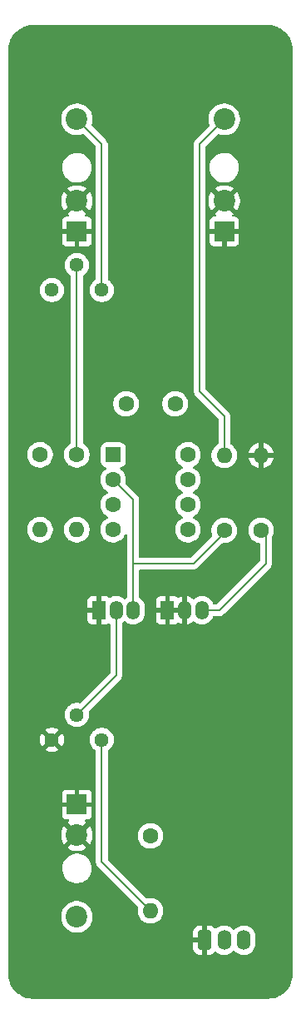
<source format=gbr>
%TF.GenerationSoftware,KiCad,Pcbnew,9.0.1*%
%TF.CreationDate,2025-05-31T19:51:22+10:00*%
%TF.ProjectId,VCA,5643412e-6b69-4636-9164-5f7063625858,rev?*%
%TF.SameCoordinates,Original*%
%TF.FileFunction,Copper,L1,Top*%
%TF.FilePolarity,Positive*%
%FSLAX46Y46*%
G04 Gerber Fmt 4.6, Leading zero omitted, Abs format (unit mm)*
G04 Created by KiCad (PCBNEW 9.0.1) date 2025-05-31 19:51:22*
%MOMM*%
%LPD*%
G01*
G04 APERTURE LIST*
G04 Aperture macros list*
%AMRoundRect*
0 Rectangle with rounded corners*
0 $1 Rounding radius*
0 $2 $3 $4 $5 $6 $7 $8 $9 X,Y pos of 4 corners*
0 Add a 4 corners polygon primitive as box body*
4,1,4,$2,$3,$4,$5,$6,$7,$8,$9,$2,$3,0*
0 Add four circle primitives for the rounded corners*
1,1,$1+$1,$2,$3*
1,1,$1+$1,$4,$5*
1,1,$1+$1,$6,$7*
1,1,$1+$1,$8,$9*
0 Add four rect primitives between the rounded corners*
20,1,$1+$1,$2,$3,$4,$5,0*
20,1,$1+$1,$4,$5,$6,$7,0*
20,1,$1+$1,$6,$7,$8,$9,0*
20,1,$1+$1,$8,$9,$2,$3,0*%
G04 Aperture macros list end*
%TA.AperFunction,ComponentPad*%
%ADD10O,1.350000X1.900000*%
%TD*%
%TA.AperFunction,ComponentPad*%
%ADD11R,1.350000X1.900000*%
%TD*%
%TA.AperFunction,ComponentPad*%
%ADD12RoundRect,0.250000X-0.550000X-0.550000X0.550000X-0.550000X0.550000X0.550000X-0.550000X0.550000X0*%
%TD*%
%TA.AperFunction,ComponentPad*%
%ADD13C,1.600000*%
%TD*%
%TA.AperFunction,ComponentPad*%
%ADD14R,2.000000X2.000000*%
%TD*%
%TA.AperFunction,ComponentPad*%
%ADD15C,2.200000*%
%TD*%
%TA.AperFunction,ComponentPad*%
%ADD16RoundRect,0.291666X-0.408334X-0.708334X0.408334X-0.708334X0.408334X0.708334X-0.408334X0.708334X0*%
%TD*%
%TA.AperFunction,ComponentPad*%
%ADD17O,1.400000X2.000000*%
%TD*%
%TA.AperFunction,ComponentPad*%
%ADD18C,1.440000*%
%TD*%
%TA.AperFunction,ComponentPad*%
%ADD19O,1.600000X1.600000*%
%TD*%
%TA.AperFunction,Conductor*%
%ADD20C,0.200000*%
%TD*%
G04 APERTURE END LIST*
D10*
%TO.P,Q1,1,D*%
%TO.N,Net-(Q1-D)*%
X128230000Y-110000000D03*
%TO.P,Q1,2,G*%
%TO.N,Net-(Q1-G)*%
X126500000Y-110000000D03*
D11*
%TO.P,Q1,3,S*%
%TO.N,GND*%
X124730000Y-110000000D03*
%TD*%
D12*
%TO.P,U1,1,NC*%
%TO.N,unconnected-(U1-NC-Pad1)*%
X126195000Y-94190001D03*
D13*
%TO.P,U1,2,-*%
%TO.N,Net-(Q1-D)*%
X126195000Y-96730001D03*
%TO.P,U1,3,+*%
%TO.N,Net-(Q2-D)*%
X126195000Y-99270001D03*
%TO.P,U1,4,V-*%
%TO.N,VSS*%
X126195000Y-101810001D03*
%TO.P,U1,5,NC*%
%TO.N,unconnected-(U1-NC-Pad5)*%
X133815000Y-101810001D03*
%TO.P,U1,6*%
%TO.N,Net-(J3-PadT)*%
X133815000Y-99270001D03*
%TO.P,U1,7,V+*%
%TO.N,VDD*%
X133815000Y-96730001D03*
%TO.P,U1,8,NC*%
%TO.N,unconnected-(U1-NC-Pad8)*%
X133815000Y-94190001D03*
%TD*%
D14*
%TO.P,J1,G*%
%TO.N,GND*%
X122500000Y-71480000D03*
D15*
%TO.P,J1,S*%
X122500000Y-68380000D03*
%TO.P,J1,T*%
%TO.N,Net-(J1-PadT)*%
X122500000Y-60080000D03*
%TD*%
D16*
%TO.P,J4,1,Pin_1*%
%TO.N,GND*%
X135500000Y-143550000D03*
D17*
%TO.P,J4,2,Pin_2*%
%TO.N,VDD*%
X137500000Y-143550000D03*
%TO.P,J4,3,Pin_3*%
%TO.N,VSS*%
X139500000Y-143550000D03*
%TD*%
D13*
%TO.P,C1,1*%
%TO.N,VDD*%
X132500000Y-89000001D03*
%TO.P,C1,2*%
%TO.N,VSS*%
X127500000Y-89000001D03*
%TD*%
D14*
%TO.P,J2,G*%
%TO.N,GND*%
X122500000Y-129770000D03*
D15*
%TO.P,J2,S*%
X122500000Y-132870000D03*
%TO.P,J2,T*%
%TO.N,Net-(J2-PadT)*%
X122500000Y-141170000D03*
%TD*%
D18*
%TO.P,RV1,1,1*%
%TO.N,Net-(J1-PadT)*%
X125040000Y-77430000D03*
%TO.P,RV1,2,2*%
%TO.N,Net-(R2-Pad1)*%
X122500000Y-74890000D03*
%TO.P,RV1,3,3*%
%TO.N,unconnected-(RV1-Pad3)*%
X119960000Y-77430000D03*
%TD*%
D10*
%TO.P,Q2,1,D*%
%TO.N,Net-(Q2-D)*%
X135230000Y-110000001D03*
%TO.P,Q2,2,G*%
%TO.N,GND*%
X133500000Y-110000001D03*
D11*
%TO.P,Q2,3,S*%
X131730000Y-110000001D03*
%TD*%
D13*
%TO.P,R5,1*%
%TO.N,Net-(J2-PadT)*%
X130000000Y-132940000D03*
D19*
%TO.P,R5,2*%
%TO.N,Net-(R5-Pad2)*%
X130000000Y-140560000D03*
%TD*%
D13*
%TO.P,R3,1*%
%TO.N,Net-(Q1-D)*%
X137500000Y-101870000D03*
D19*
%TO.P,R3,2*%
%TO.N,Net-(J3-PadT)*%
X137500000Y-94250000D03*
%TD*%
D18*
%TO.P,RV2,1,1*%
%TO.N,Net-(R5-Pad2)*%
X125040000Y-123180000D03*
%TO.P,RV2,2,2*%
%TO.N,Net-(Q1-G)*%
X122500000Y-120640000D03*
%TO.P,RV2,3,3*%
%TO.N,GND*%
X119960000Y-123180000D03*
%TD*%
D13*
%TO.P,R2,1*%
%TO.N,Net-(R2-Pad1)*%
X122500000Y-94190000D03*
D19*
%TO.P,R2,2*%
%TO.N,Net-(Q2-D)*%
X122500000Y-101810000D03*
%TD*%
D14*
%TO.P,J3,G*%
%TO.N,GND*%
X137500000Y-71480000D03*
D15*
%TO.P,J3,S*%
X137500000Y-68380000D03*
%TO.P,J3,T*%
%TO.N,Net-(J3-PadT)*%
X137500000Y-60080000D03*
%TD*%
D13*
%TO.P,R1,1*%
%TO.N,Net-(J1-PadT)*%
X118750000Y-94190000D03*
D19*
%TO.P,R1,2*%
%TO.N,Net-(Q1-D)*%
X118750000Y-101810000D03*
%TD*%
D13*
%TO.P,R4,1*%
%TO.N,Net-(Q2-D)*%
X141250000Y-101870000D03*
D19*
%TO.P,R4,2*%
%TO.N,GND*%
X141250000Y-94250000D03*
%TD*%
D20*
%TO.N,Net-(J1-PadT)*%
X125040000Y-62620000D02*
X125040000Y-77430000D01*
X122500000Y-60080000D02*
X125040000Y-62620000D01*
%TO.N,Net-(J3-PadT)*%
X135000000Y-62580000D02*
X135000000Y-87750000D01*
X137500000Y-90250000D02*
X137500000Y-94250000D01*
X137500000Y-60080000D02*
X135000000Y-62580000D01*
X135000000Y-87750000D02*
X137500000Y-90250000D01*
%TO.N,Net-(Q1-G)*%
X126500000Y-116640000D02*
X122500000Y-120640000D01*
X126500000Y-116640000D02*
X126500000Y-110000000D01*
%TO.N,Net-(Q1-D)*%
X128230000Y-105250000D02*
X128230000Y-108270000D01*
X126195000Y-96730001D02*
X128230000Y-98765001D01*
X128230000Y-98765001D02*
X128230000Y-105250000D01*
X128230000Y-110000000D02*
X128230000Y-108270000D01*
X134370000Y-105250000D02*
X128230000Y-105250000D01*
X137750000Y-101870000D02*
X134370000Y-105250000D01*
%TO.N,Net-(Q2-D)*%
X135230000Y-110000001D02*
X136999999Y-110000001D01*
X136999999Y-110000001D02*
X141750000Y-105250000D01*
X141750000Y-105250000D02*
X141750000Y-101870000D01*
%TO.N,Net-(R2-Pad1)*%
X122500000Y-74890000D02*
X122500000Y-94190000D01*
%TO.N,Net-(R5-Pad2)*%
X125040000Y-135600000D02*
X130000000Y-140560000D01*
X125040000Y-123180000D02*
X125040000Y-135600000D01*
%TD*%
%TA.AperFunction,Conductor*%
%TO.N,GND*%
G36*
X133199925Y-109769746D02*
G01*
X133150556Y-109855256D01*
X133125000Y-109950631D01*
X133125000Y-110049371D01*
X133150556Y-110144746D01*
X133199925Y-110230256D01*
X133219670Y-110250001D01*
X132010330Y-110250001D01*
X132030075Y-110230256D01*
X132079444Y-110144746D01*
X132105000Y-110049371D01*
X132105000Y-109950631D01*
X132079444Y-109855256D01*
X132030075Y-109769746D01*
X132010330Y-109750001D01*
X133219670Y-109750001D01*
X133199925Y-109769746D01*
G37*
%TD.AperFunction*%
%TA.AperFunction,Conductor*%
G36*
X142003736Y-50500726D02*
G01*
X142293796Y-50518271D01*
X142308657Y-50520075D01*
X142590798Y-50571780D01*
X142605335Y-50575363D01*
X142879172Y-50660695D01*
X142893163Y-50666000D01*
X143154743Y-50783727D01*
X143167989Y-50790680D01*
X143413465Y-50939075D01*
X143425776Y-50947573D01*
X143651573Y-51124473D01*
X143662781Y-51134403D01*
X143865596Y-51337218D01*
X143875525Y-51348425D01*
X143995481Y-51501538D01*
X144052422Y-51574217D01*
X144060928Y-51586540D01*
X144209316Y-51832004D01*
X144216275Y-51845263D01*
X144333997Y-52106831D01*
X144339306Y-52120832D01*
X144424635Y-52394663D01*
X144428219Y-52409201D01*
X144479923Y-52691340D01*
X144481728Y-52706205D01*
X144499273Y-52996261D01*
X144499499Y-53003748D01*
X144499499Y-146996249D01*
X144499273Y-147003736D01*
X144481727Y-147293794D01*
X144479922Y-147308659D01*
X144428218Y-147590797D01*
X144424634Y-147605335D01*
X144339303Y-147879174D01*
X144333993Y-147893176D01*
X144216276Y-148154730D01*
X144209318Y-148167987D01*
X144060927Y-148413458D01*
X144052421Y-148425782D01*
X143875525Y-148651573D01*
X143865595Y-148662781D01*
X143662780Y-148865595D01*
X143651572Y-148875525D01*
X143425781Y-149052422D01*
X143413458Y-149060928D01*
X143167995Y-149209315D01*
X143154736Y-149216274D01*
X142893167Y-149333996D01*
X142879166Y-149339305D01*
X142605335Y-149424634D01*
X142590797Y-149428218D01*
X142308659Y-149479922D01*
X142293794Y-149481727D01*
X142100701Y-149493407D01*
X142003711Y-149499274D01*
X141996239Y-149499500D01*
X118073502Y-149499500D01*
X118065895Y-149499499D01*
X118065892Y-149499499D01*
X118003749Y-149499499D01*
X118003748Y-149499498D01*
X117996264Y-149499273D01*
X117706205Y-149481727D01*
X117691340Y-149479922D01*
X117409202Y-149428218D01*
X117394664Y-149424634D01*
X117120825Y-149339303D01*
X117106827Y-149333994D01*
X116954096Y-149265255D01*
X116845269Y-149216276D01*
X116832012Y-149209318D01*
X116586541Y-149060927D01*
X116574219Y-149052422D01*
X116348426Y-148875525D01*
X116337218Y-148865595D01*
X116134404Y-148662780D01*
X116124474Y-148651572D01*
X115947573Y-148425775D01*
X115939075Y-148413464D01*
X115790683Y-148167994D01*
X115783725Y-148154736D01*
X115666003Y-147893167D01*
X115660694Y-147879166D01*
X115652097Y-147851578D01*
X115575364Y-147605334D01*
X115571781Y-147590797D01*
X115520077Y-147308659D01*
X115518272Y-147293794D01*
X115504487Y-147065894D01*
X115500725Y-147003712D01*
X115500500Y-146996238D01*
X115500500Y-142797202D01*
X134300000Y-142797202D01*
X134300000Y-143300000D01*
X135219670Y-143300000D01*
X135199925Y-143319745D01*
X135150556Y-143405255D01*
X135125000Y-143500630D01*
X135125000Y-143599370D01*
X135150556Y-143694745D01*
X135199925Y-143780255D01*
X135219670Y-143800000D01*
X134300001Y-143800000D01*
X134300001Y-144302798D01*
X134314963Y-144435602D01*
X134314965Y-144435612D01*
X134373887Y-144603999D01*
X134468797Y-144755050D01*
X134594949Y-144881202D01*
X134746001Y-144976112D01*
X134746000Y-144976112D01*
X134914387Y-145035034D01*
X134914397Y-145035036D01*
X135047204Y-145049999D01*
X135249999Y-145049999D01*
X135250000Y-145049998D01*
X135250000Y-143830330D01*
X135269745Y-143850075D01*
X135355255Y-143899444D01*
X135450630Y-143925000D01*
X135549370Y-143925000D01*
X135644745Y-143899444D01*
X135730255Y-143850075D01*
X135750000Y-143830330D01*
X135750000Y-145049999D01*
X135952791Y-145049999D01*
X135952798Y-145049998D01*
X136085602Y-145035036D01*
X136085612Y-145035034D01*
X136253999Y-144976112D01*
X136405050Y-144881202D01*
X136405053Y-144881199D01*
X136531564Y-144754689D01*
X136592887Y-144721204D01*
X136662579Y-144726188D01*
X136706926Y-144754689D01*
X136717927Y-144765690D01*
X136870801Y-144876760D01*
X136950347Y-144917290D01*
X137039163Y-144962545D01*
X137039165Y-144962545D01*
X137039168Y-144962547D01*
X137080917Y-144976112D01*
X137218881Y-145020940D01*
X137405514Y-145050500D01*
X137405519Y-145050500D01*
X137594486Y-145050500D01*
X137781118Y-145020940D01*
X137960832Y-144962547D01*
X138129199Y-144876760D01*
X138282073Y-144765690D01*
X138412319Y-144635444D01*
X138473642Y-144601959D01*
X138543334Y-144606943D01*
X138587681Y-144635444D01*
X138717927Y-144765690D01*
X138870801Y-144876760D01*
X138950347Y-144917290D01*
X139039163Y-144962545D01*
X139039165Y-144962545D01*
X139039168Y-144962547D01*
X139080917Y-144976112D01*
X139218881Y-145020940D01*
X139405514Y-145050500D01*
X139405519Y-145050500D01*
X139594486Y-145050500D01*
X139781118Y-145020940D01*
X139960832Y-144962547D01*
X140129199Y-144876760D01*
X140282073Y-144765690D01*
X140415690Y-144632073D01*
X140526760Y-144479199D01*
X140612547Y-144310832D01*
X140670940Y-144131118D01*
X140700500Y-143944486D01*
X140700500Y-143155513D01*
X140670940Y-142968881D01*
X140612545Y-142789163D01*
X140526759Y-142620800D01*
X140415690Y-142467927D01*
X140282073Y-142334310D01*
X140129199Y-142223240D01*
X140108413Y-142212649D01*
X139960836Y-142137454D01*
X139781118Y-142079059D01*
X139594486Y-142049500D01*
X139594481Y-142049500D01*
X139405519Y-142049500D01*
X139405514Y-142049500D01*
X139218881Y-142079059D01*
X139039163Y-142137454D01*
X138870800Y-142223240D01*
X138783579Y-142286610D01*
X138717927Y-142334310D01*
X138717925Y-142334312D01*
X138717924Y-142334312D01*
X138587681Y-142464556D01*
X138526358Y-142498041D01*
X138456666Y-142493057D01*
X138412319Y-142464556D01*
X138282075Y-142334312D01*
X138282073Y-142334310D01*
X138129199Y-142223240D01*
X138108413Y-142212649D01*
X137960836Y-142137454D01*
X137781118Y-142079059D01*
X137594486Y-142049500D01*
X137594481Y-142049500D01*
X137405519Y-142049500D01*
X137405514Y-142049500D01*
X137218881Y-142079059D01*
X137039163Y-142137454D01*
X136870800Y-142223240D01*
X136783579Y-142286610D01*
X136717927Y-142334310D01*
X136717925Y-142334312D01*
X136717922Y-142334314D01*
X136706923Y-142345313D01*
X136645599Y-142378796D01*
X136575907Y-142373809D01*
X136531564Y-142345311D01*
X136405049Y-142218797D01*
X136405050Y-142218797D01*
X136253998Y-142123887D01*
X136253999Y-142123887D01*
X136085612Y-142064965D01*
X136085602Y-142064963D01*
X135952797Y-142050000D01*
X135750000Y-142050000D01*
X135750000Y-143269670D01*
X135730255Y-143249925D01*
X135644745Y-143200556D01*
X135549370Y-143175000D01*
X135450630Y-143175000D01*
X135355255Y-143200556D01*
X135269745Y-143249925D01*
X135250000Y-143269670D01*
X135250000Y-142050000D01*
X135047207Y-142050000D01*
X135047201Y-142050001D01*
X134914397Y-142064963D01*
X134914387Y-142064965D01*
X134746000Y-142123887D01*
X134594949Y-142218797D01*
X134468797Y-142344949D01*
X134373887Y-142496000D01*
X134314965Y-142664387D01*
X134314963Y-142664397D01*
X134300000Y-142797202D01*
X115500500Y-142797202D01*
X115500500Y-141044038D01*
X120899500Y-141044038D01*
X120899500Y-141295961D01*
X120938910Y-141544785D01*
X121016760Y-141784383D01*
X121131132Y-142008848D01*
X121279201Y-142212649D01*
X121279205Y-142212654D01*
X121457345Y-142390794D01*
X121457350Y-142390798D01*
X121635117Y-142519952D01*
X121661155Y-142538870D01*
X121804184Y-142611747D01*
X121885616Y-142653239D01*
X121885618Y-142653239D01*
X121885621Y-142653241D01*
X122125215Y-142731090D01*
X122374038Y-142770500D01*
X122374039Y-142770500D01*
X122625961Y-142770500D01*
X122625962Y-142770500D01*
X122874785Y-142731090D01*
X123114379Y-142653241D01*
X123338845Y-142538870D01*
X123542656Y-142390793D01*
X123720793Y-142212656D01*
X123868870Y-142008845D01*
X123983241Y-141784379D01*
X124061090Y-141544785D01*
X124100500Y-141295962D01*
X124100500Y-141044038D01*
X124061090Y-140795215D01*
X123983241Y-140555621D01*
X123983239Y-140555618D01*
X123983239Y-140555616D01*
X123933321Y-140457648D01*
X123868870Y-140331155D01*
X123813878Y-140255465D01*
X123720798Y-140127350D01*
X123720794Y-140127345D01*
X123542654Y-139949205D01*
X123542649Y-139949201D01*
X123338848Y-139801132D01*
X123338847Y-139801131D01*
X123338845Y-139801130D01*
X123268747Y-139765413D01*
X123114383Y-139686760D01*
X122874785Y-139608910D01*
X122625962Y-139569500D01*
X122374038Y-139569500D01*
X122249626Y-139589205D01*
X122125214Y-139608910D01*
X121885616Y-139686760D01*
X121661151Y-139801132D01*
X121457350Y-139949201D01*
X121457345Y-139949205D01*
X121279205Y-140127345D01*
X121279201Y-140127350D01*
X121131132Y-140331151D01*
X121016760Y-140555616D01*
X120938910Y-140795214D01*
X120899500Y-141044038D01*
X115500500Y-141044038D01*
X115500500Y-136213225D01*
X120995307Y-136213225D01*
X121009507Y-136459474D01*
X121009507Y-136459479D01*
X121063731Y-136700092D01*
X121156533Y-136928636D01*
X121285412Y-137138947D01*
X121360393Y-137225507D01*
X121446908Y-137325382D01*
X121636687Y-137482939D01*
X121636690Y-137482941D01*
X121636696Y-137482945D01*
X121849650Y-137607385D01*
X122080072Y-137695375D01*
X122080075Y-137695375D01*
X122080079Y-137695377D01*
X122321785Y-137744553D01*
X122568278Y-137753592D01*
X122812936Y-137722250D01*
X123049191Y-137651370D01*
X123270697Y-137542856D01*
X123471505Y-137399621D01*
X123646223Y-137225512D01*
X123790158Y-137025205D01*
X123899445Y-136804079D01*
X123971149Y-136568074D01*
X124003344Y-136323526D01*
X124005141Y-136250000D01*
X123984930Y-136004171D01*
X123924841Y-135764945D01*
X123826486Y-135538744D01*
X123692508Y-135331645D01*
X123526504Y-135149210D01*
X123332932Y-134996336D01*
X123116991Y-134877130D01*
X123116982Y-134877126D01*
X122884491Y-134794796D01*
X122884471Y-134794791D01*
X122641644Y-134751538D01*
X122641652Y-134751538D01*
X122400496Y-134748592D01*
X122395007Y-134748525D01*
X122395006Y-134748525D01*
X122395005Y-134748525D01*
X122395004Y-134748525D01*
X122151190Y-134785834D01*
X122151180Y-134785837D01*
X121916732Y-134862466D01*
X121697951Y-134976356D01*
X121697948Y-134976358D01*
X121500698Y-135124456D01*
X121330289Y-135302779D01*
X121330279Y-135302792D01*
X121191287Y-135506547D01*
X121191285Y-135506552D01*
X121087439Y-135730268D01*
X121087436Y-135730276D01*
X121021520Y-135967960D01*
X121021519Y-135967967D01*
X120995307Y-136213225D01*
X115500500Y-136213225D01*
X115500500Y-132744071D01*
X120900000Y-132744071D01*
X120900000Y-132995928D01*
X120939397Y-133244669D01*
X121017219Y-133484184D01*
X121131557Y-133708583D01*
X121205748Y-133810697D01*
X121205748Y-133810698D01*
X121935387Y-133081059D01*
X121940889Y-133101591D01*
X122019881Y-133238408D01*
X122131592Y-133350119D01*
X122268409Y-133429111D01*
X122288940Y-133434612D01*
X121559300Y-134164250D01*
X121661416Y-134238442D01*
X121885815Y-134352780D01*
X122125330Y-134430602D01*
X122374072Y-134470000D01*
X122625928Y-134470000D01*
X122874669Y-134430602D01*
X123114184Y-134352780D01*
X123338575Y-134238446D01*
X123338581Y-134238442D01*
X123440697Y-134164250D01*
X123440698Y-134164250D01*
X122711059Y-133434612D01*
X122731591Y-133429111D01*
X122868408Y-133350119D01*
X122980119Y-133238408D01*
X123059111Y-133101591D01*
X123064612Y-133081060D01*
X123794250Y-133810698D01*
X123794250Y-133810697D01*
X123868442Y-133708581D01*
X123868446Y-133708575D01*
X123982780Y-133484184D01*
X124060602Y-133244669D01*
X124100000Y-132995928D01*
X124100000Y-132744071D01*
X124060602Y-132495330D01*
X123982780Y-132255815D01*
X123868442Y-132031416D01*
X123794250Y-131929301D01*
X123794250Y-131929300D01*
X123064612Y-132658939D01*
X123059111Y-132638409D01*
X122980119Y-132501592D01*
X122868408Y-132389881D01*
X122731591Y-132310889D01*
X122711058Y-132305387D01*
X123440698Y-131575748D01*
X123338584Y-131501558D01*
X123335601Y-131499730D01*
X123334704Y-131498739D01*
X123334641Y-131498693D01*
X123334650Y-131498679D01*
X123288724Y-131447920D01*
X123277299Y-131378991D01*
X123304953Y-131314827D01*
X123362907Y-131275800D01*
X123400387Y-131270000D01*
X123547828Y-131270000D01*
X123547844Y-131269999D01*
X123607372Y-131263598D01*
X123607379Y-131263596D01*
X123742086Y-131213354D01*
X123742093Y-131213350D01*
X123857187Y-131127190D01*
X123857190Y-131127187D01*
X123943350Y-131012093D01*
X123943354Y-131012086D01*
X123993596Y-130877379D01*
X123993598Y-130877372D01*
X123999999Y-130817844D01*
X124000000Y-130817827D01*
X124000000Y-130020000D01*
X123048482Y-130020000D01*
X123059111Y-130001591D01*
X123100000Y-129848991D01*
X123100000Y-129691009D01*
X123059111Y-129538409D01*
X123048482Y-129520000D01*
X124000000Y-129520000D01*
X124000000Y-128722172D01*
X123999999Y-128722155D01*
X123993598Y-128662627D01*
X123993596Y-128662620D01*
X123943354Y-128527913D01*
X123943350Y-128527906D01*
X123857190Y-128412812D01*
X123857187Y-128412809D01*
X123742093Y-128326649D01*
X123742086Y-128326645D01*
X123607379Y-128276403D01*
X123607372Y-128276401D01*
X123547844Y-128270000D01*
X122750000Y-128270000D01*
X122750000Y-129221517D01*
X122731591Y-129210889D01*
X122578991Y-129170000D01*
X122421009Y-129170000D01*
X122268409Y-129210889D01*
X122250000Y-129221517D01*
X122250000Y-128270000D01*
X121452155Y-128270000D01*
X121392627Y-128276401D01*
X121392620Y-128276403D01*
X121257913Y-128326645D01*
X121257906Y-128326649D01*
X121142812Y-128412809D01*
X121142809Y-128412812D01*
X121056649Y-128527906D01*
X121056645Y-128527913D01*
X121006403Y-128662620D01*
X121006401Y-128662627D01*
X121000000Y-128722155D01*
X121000000Y-129520000D01*
X121951518Y-129520000D01*
X121940889Y-129538409D01*
X121900000Y-129691009D01*
X121900000Y-129848991D01*
X121940889Y-130001591D01*
X121951518Y-130020000D01*
X121000000Y-130020000D01*
X121000000Y-130817844D01*
X121006401Y-130877372D01*
X121006403Y-130877379D01*
X121056645Y-131012086D01*
X121056649Y-131012093D01*
X121142809Y-131127187D01*
X121142812Y-131127190D01*
X121257906Y-131213350D01*
X121257913Y-131213354D01*
X121392620Y-131263596D01*
X121392627Y-131263598D01*
X121452155Y-131269999D01*
X121452172Y-131270000D01*
X121599613Y-131270000D01*
X121666652Y-131289685D01*
X121712407Y-131342489D01*
X121722351Y-131411647D01*
X121693326Y-131475203D01*
X121664399Y-131499730D01*
X121661408Y-131501562D01*
X121559301Y-131575747D01*
X121559300Y-131575748D01*
X122288940Y-132305387D01*
X122268409Y-132310889D01*
X122131592Y-132389881D01*
X122019881Y-132501592D01*
X121940889Y-132638409D01*
X121935387Y-132658940D01*
X121205748Y-131929300D01*
X121205747Y-131929301D01*
X121131559Y-132031413D01*
X121017219Y-132255815D01*
X120939397Y-132495330D01*
X120900000Y-132744071D01*
X115500500Y-132744071D01*
X115500500Y-123083984D01*
X118740000Y-123083984D01*
X118740000Y-123276015D01*
X118770040Y-123465684D01*
X118829383Y-123648321D01*
X118916561Y-123819415D01*
X118937798Y-123848646D01*
X119560000Y-123226445D01*
X119560000Y-123232661D01*
X119587259Y-123334394D01*
X119639920Y-123425606D01*
X119714394Y-123500080D01*
X119805606Y-123552741D01*
X119907339Y-123580000D01*
X119913554Y-123580000D01*
X119291351Y-124202200D01*
X119291352Y-124202201D01*
X119320577Y-124223434D01*
X119491678Y-124310616D01*
X119674315Y-124369959D01*
X119863985Y-124400000D01*
X120056015Y-124400000D01*
X120245684Y-124369959D01*
X120428321Y-124310616D01*
X120599419Y-124223436D01*
X120628646Y-124202201D01*
X120628646Y-124202200D01*
X120006447Y-123580000D01*
X120012661Y-123580000D01*
X120114394Y-123552741D01*
X120205606Y-123500080D01*
X120280080Y-123425606D01*
X120332741Y-123334394D01*
X120360000Y-123232661D01*
X120360000Y-123226446D01*
X120982200Y-123848646D01*
X120982201Y-123848646D01*
X121003436Y-123819419D01*
X121090616Y-123648321D01*
X121149959Y-123465684D01*
X121180000Y-123276015D01*
X121180000Y-123083984D01*
X121179994Y-123083945D01*
X123819500Y-123083945D01*
X123819500Y-123276054D01*
X123849553Y-123465802D01*
X123908916Y-123648506D01*
X123908918Y-123648509D01*
X123996135Y-123819681D01*
X124109055Y-123975102D01*
X124244898Y-124110945D01*
X124370500Y-124202200D01*
X124388386Y-124215195D01*
X124431051Y-124270525D01*
X124439500Y-124315513D01*
X124439500Y-135513330D01*
X124439499Y-135513348D01*
X124439499Y-135679054D01*
X124439498Y-135679054D01*
X124480423Y-135831785D01*
X124509358Y-135881900D01*
X124509359Y-135881904D01*
X124509360Y-135881904D01*
X124559046Y-135967965D01*
X124559479Y-135968714D01*
X124559481Y-135968717D01*
X124678349Y-136087585D01*
X124678355Y-136087590D01*
X128705922Y-140115157D01*
X128739407Y-140176480D01*
X128736173Y-140241155D01*
X128731522Y-140255468D01*
X128699500Y-140457648D01*
X128699500Y-140662351D01*
X128731522Y-140864534D01*
X128794781Y-141059223D01*
X128887715Y-141241613D01*
X129008028Y-141407213D01*
X129152786Y-141551971D01*
X129307749Y-141664556D01*
X129318390Y-141672287D01*
X129434607Y-141731503D01*
X129500776Y-141765218D01*
X129500778Y-141765218D01*
X129500781Y-141765220D01*
X129559759Y-141784383D01*
X129695465Y-141828477D01*
X129796557Y-141844488D01*
X129897648Y-141860500D01*
X129897649Y-141860500D01*
X130102351Y-141860500D01*
X130102352Y-141860500D01*
X130304534Y-141828477D01*
X130499219Y-141765220D01*
X130681610Y-141672287D01*
X130774590Y-141604732D01*
X130847213Y-141551971D01*
X130847215Y-141551968D01*
X130847219Y-141551966D01*
X130991966Y-141407219D01*
X130991968Y-141407215D01*
X130991971Y-141407213D01*
X131072799Y-141295961D01*
X131112287Y-141241610D01*
X131205220Y-141059219D01*
X131268477Y-140864534D01*
X131300500Y-140662352D01*
X131300500Y-140457648D01*
X131268477Y-140255466D01*
X131205220Y-140060781D01*
X131205218Y-140060778D01*
X131205218Y-140060776D01*
X131148367Y-139949201D01*
X131112287Y-139878390D01*
X131104556Y-139867749D01*
X130991971Y-139712786D01*
X130847213Y-139568028D01*
X130681613Y-139447715D01*
X130681612Y-139447714D01*
X130681610Y-139447713D01*
X130624653Y-139418691D01*
X130499223Y-139354781D01*
X130304534Y-139291522D01*
X130129995Y-139263878D01*
X130102352Y-139259500D01*
X129897648Y-139259500D01*
X129859599Y-139265526D01*
X129695468Y-139291522D01*
X129686717Y-139294365D01*
X129681154Y-139296173D01*
X129611313Y-139298167D01*
X129555157Y-139265922D01*
X125676819Y-135387584D01*
X125643334Y-135326261D01*
X125640500Y-135299903D01*
X125640500Y-132837648D01*
X128699500Y-132837648D01*
X128699500Y-133042351D01*
X128731522Y-133244534D01*
X128794781Y-133439223D01*
X128887715Y-133621613D01*
X129008028Y-133787213D01*
X129152786Y-133931971D01*
X129307749Y-134044556D01*
X129318390Y-134052287D01*
X129434607Y-134111503D01*
X129500776Y-134145218D01*
X129500778Y-134145218D01*
X129500781Y-134145220D01*
X129605137Y-134179127D01*
X129695465Y-134208477D01*
X129796557Y-134224488D01*
X129897648Y-134240500D01*
X129897649Y-134240500D01*
X130102351Y-134240500D01*
X130102352Y-134240500D01*
X130304534Y-134208477D01*
X130499219Y-134145220D01*
X130681610Y-134052287D01*
X130774590Y-133984732D01*
X130847213Y-133931971D01*
X130847215Y-133931968D01*
X130847219Y-133931966D01*
X130991966Y-133787219D01*
X130991968Y-133787215D01*
X130991971Y-133787213D01*
X131049104Y-133708575D01*
X131112287Y-133621610D01*
X131205220Y-133439219D01*
X131268477Y-133244534D01*
X131300500Y-133042352D01*
X131300500Y-132837648D01*
X131268477Y-132635466D01*
X131205220Y-132440781D01*
X131205218Y-132440778D01*
X131205218Y-132440776D01*
X131171503Y-132374607D01*
X131112287Y-132258390D01*
X131104556Y-132247749D01*
X130991971Y-132092786D01*
X130847213Y-131948028D01*
X130681613Y-131827715D01*
X130681612Y-131827714D01*
X130681610Y-131827713D01*
X130624653Y-131798691D01*
X130499223Y-131734781D01*
X130304534Y-131671522D01*
X130129995Y-131643878D01*
X130102352Y-131639500D01*
X129897648Y-131639500D01*
X129873329Y-131643351D01*
X129695465Y-131671522D01*
X129500776Y-131734781D01*
X129318386Y-131827715D01*
X129152786Y-131948028D01*
X129008028Y-132092786D01*
X128887715Y-132258386D01*
X128794781Y-132440776D01*
X128731522Y-132635465D01*
X128699500Y-132837648D01*
X125640500Y-132837648D01*
X125640500Y-124315513D01*
X125660185Y-124248474D01*
X125691614Y-124215195D01*
X125835102Y-124110945D01*
X125970945Y-123975102D01*
X126083865Y-123819681D01*
X126171082Y-123648509D01*
X126230447Y-123465801D01*
X126260500Y-123276055D01*
X126260500Y-123083945D01*
X126230447Y-122894199D01*
X126171082Y-122711491D01*
X126083865Y-122540319D01*
X125970945Y-122384898D01*
X125835102Y-122249055D01*
X125679681Y-122136135D01*
X125508506Y-122048916D01*
X125325802Y-121989553D01*
X125230928Y-121974526D01*
X125136055Y-121959500D01*
X124943945Y-121959500D01*
X124880696Y-121969517D01*
X124754197Y-121989553D01*
X124571493Y-122048916D01*
X124400318Y-122136135D01*
X124370502Y-122157798D01*
X124244898Y-122249055D01*
X124244896Y-122249057D01*
X124244895Y-122249057D01*
X124109057Y-122384895D01*
X124109057Y-122384896D01*
X124109055Y-122384898D01*
X124060560Y-122451645D01*
X123996135Y-122540318D01*
X123908916Y-122711493D01*
X123849553Y-122894197D01*
X123819500Y-123083945D01*
X121179994Y-123083945D01*
X121149959Y-122894315D01*
X121090616Y-122711678D01*
X121003434Y-122540577D01*
X120982201Y-122511352D01*
X120982200Y-122511351D01*
X120360000Y-123133552D01*
X120360000Y-123127339D01*
X120332741Y-123025606D01*
X120280080Y-122934394D01*
X120205606Y-122859920D01*
X120114394Y-122807259D01*
X120012661Y-122780000D01*
X120006447Y-122780000D01*
X120628646Y-122157798D01*
X120599415Y-122136561D01*
X120428321Y-122049383D01*
X120245684Y-121990040D01*
X120056015Y-121960000D01*
X119863985Y-121960000D01*
X119674315Y-121990040D01*
X119491678Y-122049383D01*
X119320578Y-122136564D01*
X119291352Y-122157798D01*
X119291351Y-122157798D01*
X119913554Y-122780000D01*
X119907339Y-122780000D01*
X119805606Y-122807259D01*
X119714394Y-122859920D01*
X119639920Y-122934394D01*
X119587259Y-123025606D01*
X119560000Y-123127339D01*
X119560000Y-123133553D01*
X118937798Y-122511351D01*
X118937798Y-122511352D01*
X118916564Y-122540578D01*
X118829383Y-122711678D01*
X118770040Y-122894315D01*
X118740000Y-123083984D01*
X115500500Y-123083984D01*
X115500500Y-120543945D01*
X121279500Y-120543945D01*
X121279500Y-120736054D01*
X121309553Y-120925802D01*
X121368916Y-121108506D01*
X121368918Y-121108509D01*
X121456135Y-121279681D01*
X121569055Y-121435102D01*
X121704898Y-121570945D01*
X121860319Y-121683865D01*
X122031491Y-121771082D01*
X122031493Y-121771083D01*
X122122845Y-121800764D01*
X122214199Y-121830447D01*
X122403945Y-121860500D01*
X122403946Y-121860500D01*
X122596054Y-121860500D01*
X122596055Y-121860500D01*
X122785801Y-121830447D01*
X122968509Y-121771082D01*
X123139681Y-121683865D01*
X123295102Y-121570945D01*
X123430945Y-121435102D01*
X123543865Y-121279681D01*
X123631082Y-121108509D01*
X123690447Y-120925801D01*
X123720500Y-120736055D01*
X123720500Y-120543945D01*
X123692754Y-120368765D01*
X123701709Y-120299473D01*
X123727543Y-120261690D01*
X126868713Y-117120521D01*
X126868716Y-117120520D01*
X126980520Y-117008716D01*
X127030639Y-116921904D01*
X127059577Y-116871785D01*
X127100500Y-116719058D01*
X127100500Y-116560943D01*
X127100500Y-111354889D01*
X127101629Y-111351041D01*
X127100743Y-111347132D01*
X127111392Y-111317793D01*
X127120185Y-111287850D01*
X127123608Y-111284140D01*
X127124583Y-111281455D01*
X127142871Y-111263266D01*
X127149319Y-111256280D01*
X127150432Y-111255430D01*
X127265787Y-111171621D01*
X127283202Y-111154205D01*
X127289819Y-111149161D01*
X127314986Y-111139520D01*
X127338642Y-111126604D01*
X127347125Y-111127210D01*
X127355066Y-111124169D01*
X127381448Y-111129665D01*
X127408334Y-111131588D01*
X127416802Y-111137030D01*
X127423467Y-111138419D01*
X127431983Y-111146787D01*
X127452681Y-111160089D01*
X127464213Y-111171621D01*
X127613904Y-111280378D01*
X127687335Y-111317793D01*
X127778764Y-111364379D01*
X127778767Y-111364380D01*
X127865904Y-111392692D01*
X127954736Y-111421555D01*
X128137486Y-111450500D01*
X128137487Y-111450500D01*
X128322513Y-111450500D01*
X128322514Y-111450500D01*
X128505264Y-111421555D01*
X128681235Y-111364379D01*
X128846096Y-111280378D01*
X128995787Y-111171621D01*
X129126621Y-111040787D01*
X129235378Y-110891096D01*
X129319379Y-110726235D01*
X129376555Y-110550264D01*
X129405500Y-110367514D01*
X129405500Y-109632486D01*
X129376555Y-109449736D01*
X129319379Y-109273766D01*
X129319379Y-109273764D01*
X129276577Y-109189763D01*
X129235378Y-109108904D01*
X129157821Y-109002156D01*
X130555000Y-109002156D01*
X130555000Y-109750001D01*
X131449670Y-109750001D01*
X131429925Y-109769746D01*
X131380556Y-109855256D01*
X131355000Y-109950631D01*
X131355000Y-110049371D01*
X131380556Y-110144746D01*
X131429925Y-110230256D01*
X131449670Y-110250001D01*
X130555000Y-110250001D01*
X130555000Y-110997845D01*
X130561401Y-111057373D01*
X130561403Y-111057380D01*
X130611645Y-111192087D01*
X130611649Y-111192094D01*
X130697809Y-111307188D01*
X130697812Y-111307191D01*
X130812906Y-111393351D01*
X130812913Y-111393355D01*
X130947620Y-111443597D01*
X130947627Y-111443599D01*
X131007155Y-111450000D01*
X131007172Y-111450001D01*
X131480000Y-111450001D01*
X131480000Y-110280331D01*
X131499745Y-110300076D01*
X131585255Y-110349445D01*
X131680630Y-110375001D01*
X131779370Y-110375001D01*
X131874745Y-110349445D01*
X131960255Y-110300076D01*
X131980000Y-110280331D01*
X131980000Y-111450001D01*
X132452828Y-111450001D01*
X132452844Y-111450000D01*
X132512372Y-111443599D01*
X132512379Y-111443597D01*
X132647086Y-111393355D01*
X132647088Y-111393353D01*
X132769289Y-111301875D01*
X132771138Y-111304345D01*
X132818991Y-111278199D01*
X132888684Y-111283164D01*
X132901678Y-111288873D01*
X133048956Y-111363916D01*
X133048959Y-111363917D01*
X133224845Y-111421065D01*
X133224858Y-111421068D01*
X133250000Y-111425050D01*
X133250000Y-110280331D01*
X133269745Y-110300076D01*
X133355255Y-110349445D01*
X133450630Y-110375001D01*
X133549370Y-110375001D01*
X133644745Y-110349445D01*
X133730255Y-110300076D01*
X133750000Y-110280331D01*
X133750000Y-111425049D01*
X133775141Y-111421068D01*
X133775154Y-111421065D01*
X133951040Y-111363917D01*
X133951043Y-111363916D01*
X134115837Y-111279948D01*
X134265461Y-111171240D01*
X134276959Y-111159742D01*
X134338280Y-111126253D01*
X134407972Y-111131232D01*
X134452327Y-111159736D01*
X134464213Y-111171622D01*
X134613904Y-111280379D01*
X134687333Y-111317793D01*
X134778764Y-111364380D01*
X134778767Y-111364381D01*
X134865901Y-111392692D01*
X134954736Y-111421556D01*
X135137486Y-111450501D01*
X135137487Y-111450501D01*
X135322513Y-111450501D01*
X135322514Y-111450501D01*
X135505264Y-111421556D01*
X135681235Y-111364380D01*
X135846096Y-111280379D01*
X135995787Y-111171622D01*
X136126621Y-111040788D01*
X136235378Y-110891097D01*
X136319379Y-110726236D01*
X136319381Y-110726230D01*
X136332393Y-110686184D01*
X136371830Y-110628508D01*
X136436188Y-110601309D01*
X136450324Y-110600501D01*
X136913330Y-110600501D01*
X136913346Y-110600502D01*
X136920942Y-110600502D01*
X137079053Y-110600502D01*
X137079056Y-110600502D01*
X137231784Y-110559578D01*
X137281903Y-110530640D01*
X137368715Y-110480521D01*
X137480519Y-110368717D01*
X137480519Y-110368715D01*
X137490727Y-110358508D01*
X137490729Y-110358505D01*
X142118713Y-105730521D01*
X142118716Y-105730520D01*
X142230520Y-105618716D01*
X142280639Y-105531904D01*
X142309577Y-105481785D01*
X142350501Y-105329057D01*
X142350501Y-105170943D01*
X142350501Y-105163348D01*
X142350500Y-105163330D01*
X142350500Y-102604513D01*
X142364015Y-102548218D01*
X142392857Y-102491614D01*
X142445319Y-102388649D01*
X142455218Y-102369223D01*
X142455218Y-102369222D01*
X142455220Y-102369219D01*
X142518477Y-102174534D01*
X142550500Y-101972352D01*
X142550500Y-101767648D01*
X142518477Y-101565466D01*
X142498981Y-101505465D01*
X142455218Y-101370776D01*
X142419444Y-101300566D01*
X142362287Y-101188390D01*
X142318692Y-101128386D01*
X142241971Y-101022786D01*
X142097213Y-100878028D01*
X141931613Y-100757715D01*
X141931612Y-100757714D01*
X141931610Y-100757713D01*
X141874653Y-100728691D01*
X141749223Y-100664781D01*
X141554534Y-100601522D01*
X141379995Y-100573878D01*
X141352352Y-100569500D01*
X141147648Y-100569500D01*
X141123329Y-100573351D01*
X140945465Y-100601522D01*
X140750776Y-100664781D01*
X140568386Y-100757715D01*
X140402786Y-100878028D01*
X140258028Y-101022786D01*
X140137715Y-101188386D01*
X140044781Y-101370776D01*
X139981522Y-101565465D01*
X139949500Y-101767648D01*
X139949500Y-101972351D01*
X139981522Y-102174534D01*
X140044781Y-102369223D01*
X140137715Y-102551613D01*
X140258028Y-102717213D01*
X140402786Y-102861971D01*
X140557749Y-102974556D01*
X140568390Y-102982287D01*
X140633021Y-103015218D01*
X140750776Y-103075218D01*
X140750778Y-103075218D01*
X140750781Y-103075220D01*
X140855137Y-103109127D01*
X140945465Y-103138477D01*
X140966863Y-103141866D01*
X141044898Y-103154225D01*
X141108032Y-103184154D01*
X141144964Y-103243465D01*
X141149500Y-103276698D01*
X141149500Y-104949903D01*
X141129815Y-105016942D01*
X141113181Y-105037584D01*
X136787583Y-109363182D01*
X136760655Y-109377885D01*
X136734837Y-109394478D01*
X136728636Y-109395369D01*
X136726260Y-109396667D01*
X136699902Y-109399501D01*
X136450324Y-109399501D01*
X136383285Y-109379816D01*
X136337530Y-109327012D01*
X136332393Y-109313818D01*
X136319381Y-109273771D01*
X136319379Y-109273765D01*
X136235377Y-109108904D01*
X136126621Y-108959214D01*
X135995787Y-108828380D01*
X135846096Y-108719623D01*
X135838707Y-108715858D01*
X135681235Y-108635621D01*
X135681232Y-108635620D01*
X135505265Y-108578446D01*
X135366091Y-108556403D01*
X135322514Y-108549501D01*
X135137486Y-108549501D01*
X135093915Y-108556402D01*
X134954734Y-108578446D01*
X134778767Y-108635620D01*
X134778764Y-108635621D01*
X134613903Y-108719623D01*
X134464208Y-108828383D01*
X134452321Y-108840270D01*
X134390995Y-108873751D01*
X134321304Y-108868762D01*
X134276964Y-108840264D01*
X134265459Y-108828759D01*
X134265454Y-108828755D01*
X134115837Y-108720053D01*
X133951043Y-108636085D01*
X133951037Y-108636083D01*
X133775144Y-108578933D01*
X133750000Y-108574951D01*
X133750000Y-109719671D01*
X133730255Y-109699926D01*
X133644745Y-109650557D01*
X133549370Y-109625001D01*
X133450630Y-109625001D01*
X133355255Y-109650557D01*
X133269745Y-109699926D01*
X133250000Y-109719671D01*
X133250000Y-108574951D01*
X133249999Y-108574951D01*
X133224855Y-108578933D01*
X133048962Y-108636083D01*
X133048951Y-108636088D01*
X132901676Y-108711128D01*
X132833007Y-108724024D01*
X132768267Y-108697747D01*
X132765576Y-108695347D01*
X132647093Y-108606650D01*
X132647086Y-108606646D01*
X132512379Y-108556404D01*
X132512372Y-108556402D01*
X132452844Y-108550001D01*
X131980000Y-108550001D01*
X131980000Y-109719671D01*
X131960255Y-109699926D01*
X131874745Y-109650557D01*
X131779370Y-109625001D01*
X131680630Y-109625001D01*
X131585255Y-109650557D01*
X131499745Y-109699926D01*
X131480000Y-109719671D01*
X131480000Y-108550001D01*
X131007155Y-108550001D01*
X130947627Y-108556402D01*
X130947620Y-108556404D01*
X130812913Y-108606646D01*
X130812906Y-108606650D01*
X130697812Y-108692810D01*
X130697809Y-108692813D01*
X130611649Y-108807907D01*
X130611645Y-108807914D01*
X130561403Y-108942621D01*
X130561401Y-108942628D01*
X130555000Y-109002156D01*
X129157821Y-109002156D01*
X129126621Y-108959213D01*
X128995787Y-108828379D01*
X128967619Y-108807914D01*
X128881615Y-108745428D01*
X128838949Y-108690098D01*
X128830500Y-108645110D01*
X128830500Y-105974500D01*
X128850185Y-105907461D01*
X128902989Y-105861706D01*
X128954500Y-105850500D01*
X134283331Y-105850500D01*
X134283347Y-105850501D01*
X134290943Y-105850501D01*
X134449054Y-105850501D01*
X134449057Y-105850501D01*
X134601785Y-105809577D01*
X134651904Y-105780639D01*
X134738716Y-105730520D01*
X134850520Y-105618716D01*
X134850520Y-105618714D01*
X134860728Y-105608507D01*
X134860730Y-105608504D01*
X137267584Y-103201649D01*
X137328905Y-103168166D01*
X137374661Y-103166859D01*
X137397648Y-103170500D01*
X137397649Y-103170500D01*
X137602351Y-103170500D01*
X137602352Y-103170500D01*
X137804534Y-103138477D01*
X137999219Y-103075220D01*
X138181610Y-102982287D01*
X138274590Y-102914732D01*
X138347213Y-102861971D01*
X138347215Y-102861968D01*
X138347219Y-102861966D01*
X138491966Y-102717219D01*
X138491968Y-102717215D01*
X138491971Y-102717213D01*
X138600500Y-102567833D01*
X138612287Y-102551610D01*
X138705220Y-102369219D01*
X138768477Y-102174534D01*
X138800500Y-101972352D01*
X138800500Y-101767648D01*
X138768477Y-101565466D01*
X138748981Y-101505465D01*
X138705218Y-101370776D01*
X138669444Y-101300566D01*
X138612287Y-101188390D01*
X138568692Y-101128386D01*
X138491971Y-101022786D01*
X138347213Y-100878028D01*
X138181613Y-100757715D01*
X138181612Y-100757714D01*
X138181610Y-100757713D01*
X138124653Y-100728691D01*
X137999223Y-100664781D01*
X137804534Y-100601522D01*
X137629995Y-100573878D01*
X137602352Y-100569500D01*
X137397648Y-100569500D01*
X137373329Y-100573351D01*
X137195465Y-100601522D01*
X137000776Y-100664781D01*
X136818386Y-100757715D01*
X136652786Y-100878028D01*
X136508028Y-101022786D01*
X136387715Y-101188386D01*
X136294781Y-101370776D01*
X136231522Y-101565465D01*
X136199500Y-101767648D01*
X136199500Y-101972351D01*
X136231523Y-102174535D01*
X136231523Y-102174538D01*
X136296285Y-102373852D01*
X136295003Y-102374268D01*
X136301808Y-102437654D01*
X136270524Y-102500129D01*
X136267463Y-102503300D01*
X134157584Y-104613181D01*
X134096261Y-104646666D01*
X134069903Y-104649500D01*
X128954500Y-104649500D01*
X128887461Y-104629815D01*
X128841706Y-104577011D01*
X128830500Y-104525500D01*
X128830500Y-98854061D01*
X128830501Y-98854048D01*
X128830501Y-98685945D01*
X128789576Y-98533215D01*
X128789573Y-98533210D01*
X128710524Y-98396291D01*
X128710518Y-98396283D01*
X127489077Y-97174843D01*
X127455592Y-97113520D01*
X127458828Y-97048842D01*
X127463477Y-97034535D01*
X127495500Y-96832353D01*
X127495500Y-96627649D01*
X127463477Y-96425467D01*
X127400220Y-96230782D01*
X127400218Y-96230779D01*
X127400218Y-96230777D01*
X127366503Y-96164608D01*
X127307287Y-96048391D01*
X127299556Y-96037750D01*
X127186971Y-95882787D01*
X127042219Y-95738035D01*
X127042211Y-95738029D01*
X126948547Y-95669979D01*
X126905882Y-95614650D01*
X126899903Y-95545037D01*
X126932508Y-95483241D01*
X126982426Y-95451956D01*
X127064334Y-95424815D01*
X127213656Y-95332713D01*
X127337712Y-95208657D01*
X127429814Y-95059335D01*
X127484999Y-94892798D01*
X127495500Y-94790010D01*
X127495499Y-94087649D01*
X132514500Y-94087649D01*
X132514500Y-94292352D01*
X132546522Y-94494535D01*
X132609781Y-94689224D01*
X132661135Y-94790010D01*
X132702712Y-94871610D01*
X132702715Y-94871614D01*
X132823028Y-95037214D01*
X132967786Y-95181972D01*
X133122749Y-95294557D01*
X133133390Y-95302288D01*
X133224840Y-95348884D01*
X133226080Y-95349516D01*
X133276876Y-95397491D01*
X133293671Y-95465312D01*
X133271134Y-95531447D01*
X133226080Y-95570486D01*
X133133386Y-95617716D01*
X132967786Y-95738029D01*
X132823028Y-95882787D01*
X132702715Y-96048387D01*
X132609781Y-96230777D01*
X132546522Y-96425466D01*
X132514500Y-96627649D01*
X132514500Y-96832352D01*
X132546522Y-97034535D01*
X132609781Y-97229224D01*
X132702715Y-97411614D01*
X132823028Y-97577214D01*
X132967786Y-97721972D01*
X133122749Y-97834557D01*
X133133390Y-97842288D01*
X133224840Y-97888884D01*
X133226080Y-97889516D01*
X133276876Y-97937491D01*
X133293671Y-98005312D01*
X133271134Y-98071447D01*
X133226080Y-98110486D01*
X133133386Y-98157716D01*
X132967786Y-98278029D01*
X132823028Y-98422787D01*
X132702715Y-98588387D01*
X132609781Y-98770777D01*
X132546522Y-98965466D01*
X132514500Y-99167649D01*
X132514500Y-99372352D01*
X132546522Y-99574535D01*
X132609781Y-99769224D01*
X132702715Y-99951614D01*
X132823028Y-100117214D01*
X132967786Y-100261972D01*
X133122749Y-100374557D01*
X133133390Y-100382288D01*
X133224840Y-100428884D01*
X133226080Y-100429516D01*
X133276876Y-100477491D01*
X133293671Y-100545312D01*
X133271134Y-100611447D01*
X133226080Y-100650486D01*
X133133386Y-100697716D01*
X132967786Y-100818029D01*
X132823028Y-100962787D01*
X132702715Y-101128387D01*
X132609781Y-101310777D01*
X132546522Y-101505466D01*
X132514500Y-101707649D01*
X132514500Y-101912352D01*
X132546522Y-102114535D01*
X132609781Y-102309224D01*
X132673691Y-102434654D01*
X132702712Y-102491610D01*
X132702715Y-102491614D01*
X132823028Y-102657214D01*
X132967786Y-102801972D01*
X133122749Y-102914557D01*
X133133390Y-102922288D01*
X133249607Y-102981504D01*
X133315776Y-103015219D01*
X133315778Y-103015219D01*
X133315781Y-103015221D01*
X133420137Y-103049128D01*
X133510465Y-103078478D01*
X133611557Y-103094489D01*
X133712648Y-103110501D01*
X133712649Y-103110501D01*
X133917351Y-103110501D01*
X133917352Y-103110501D01*
X134119534Y-103078478D01*
X134314219Y-103015221D01*
X134496610Y-102922288D01*
X134589590Y-102854733D01*
X134662213Y-102801972D01*
X134662215Y-102801969D01*
X134662219Y-102801967D01*
X134806966Y-102657220D01*
X134806968Y-102657216D01*
X134806971Y-102657214D01*
X134883693Y-102551613D01*
X134927287Y-102491611D01*
X135020220Y-102309220D01*
X135083477Y-102114535D01*
X135115500Y-101912353D01*
X135115500Y-101707649D01*
X135083477Y-101505467D01*
X135083476Y-101505465D01*
X135029058Y-101337984D01*
X135020220Y-101310782D01*
X135020218Y-101310779D01*
X135020218Y-101310777D01*
X134957856Y-101188386D01*
X134927287Y-101128391D01*
X134919556Y-101117750D01*
X134806971Y-100962787D01*
X134662213Y-100818029D01*
X134496614Y-100697716D01*
X134431973Y-100664780D01*
X134403917Y-100650484D01*
X134353123Y-100602512D01*
X134336328Y-100534691D01*
X134358865Y-100468556D01*
X134403917Y-100429517D01*
X134496610Y-100382288D01*
X134517770Y-100366914D01*
X134662213Y-100261972D01*
X134662215Y-100261969D01*
X134662219Y-100261967D01*
X134806966Y-100117220D01*
X134806968Y-100117216D01*
X134806971Y-100117214D01*
X134859732Y-100044591D01*
X134927287Y-99951611D01*
X135020220Y-99769220D01*
X135083477Y-99574535D01*
X135115500Y-99372353D01*
X135115500Y-99167649D01*
X135083477Y-98965467D01*
X135020220Y-98770782D01*
X135020218Y-98770779D01*
X135020218Y-98770777D01*
X134976993Y-98685944D01*
X134927287Y-98588391D01*
X134887196Y-98533210D01*
X134806971Y-98422787D01*
X134662213Y-98278029D01*
X134496614Y-98157716D01*
X134490006Y-98154349D01*
X134403917Y-98110484D01*
X134353123Y-98062512D01*
X134336328Y-97994691D01*
X134358865Y-97928556D01*
X134403917Y-97889517D01*
X134496610Y-97842288D01*
X134517770Y-97826914D01*
X134662213Y-97721972D01*
X134662215Y-97721969D01*
X134662219Y-97721967D01*
X134806966Y-97577220D01*
X134806968Y-97577216D01*
X134806971Y-97577214D01*
X134859732Y-97504591D01*
X134927287Y-97411611D01*
X135020220Y-97229220D01*
X135083477Y-97034535D01*
X135115500Y-96832353D01*
X135115500Y-96627649D01*
X135083477Y-96425467D01*
X135020220Y-96230782D01*
X135020218Y-96230779D01*
X135020218Y-96230777D01*
X134986503Y-96164608D01*
X134927287Y-96048391D01*
X134919556Y-96037750D01*
X134806971Y-95882787D01*
X134662213Y-95738029D01*
X134496614Y-95617716D01*
X134490006Y-95614349D01*
X134403917Y-95570484D01*
X134353123Y-95522512D01*
X134336328Y-95454691D01*
X134358865Y-95388556D01*
X134403917Y-95349517D01*
X134496610Y-95302288D01*
X134579637Y-95241966D01*
X134662213Y-95181972D01*
X134662215Y-95181969D01*
X134662219Y-95181967D01*
X134806966Y-95037220D01*
X134806968Y-95037216D01*
X134806971Y-95037214D01*
X134883693Y-94931613D01*
X134927287Y-94871611D01*
X135020220Y-94689220D01*
X135083477Y-94494535D01*
X135115500Y-94292353D01*
X135115500Y-94087649D01*
X135110560Y-94056461D01*
X135083477Y-93885466D01*
X135020218Y-93690777D01*
X134968865Y-93589992D01*
X134927287Y-93508391D01*
X134911892Y-93487201D01*
X134806971Y-93342787D01*
X134662213Y-93198029D01*
X134496613Y-93077716D01*
X134496612Y-93077715D01*
X134496610Y-93077714D01*
X134432884Y-93045244D01*
X134314223Y-92984782D01*
X134119534Y-92921523D01*
X133944995Y-92893879D01*
X133917352Y-92889501D01*
X133712648Y-92889501D01*
X133688329Y-92893352D01*
X133510465Y-92921523D01*
X133315776Y-92984782D01*
X133133386Y-93077716D01*
X132967786Y-93198029D01*
X132823028Y-93342787D01*
X132702715Y-93508387D01*
X132609781Y-93690777D01*
X132546522Y-93885466D01*
X132514500Y-94087649D01*
X127495499Y-94087649D01*
X127495499Y-93589993D01*
X127484999Y-93487204D01*
X127429814Y-93320667D01*
X127337712Y-93171345D01*
X127213656Y-93047289D01*
X127064334Y-92955187D01*
X126897797Y-92900002D01*
X126897795Y-92900001D01*
X126795010Y-92889501D01*
X125594998Y-92889501D01*
X125594981Y-92889502D01*
X125492203Y-92900001D01*
X125492200Y-92900002D01*
X125325668Y-92955186D01*
X125325663Y-92955188D01*
X125176342Y-93047290D01*
X125052289Y-93171343D01*
X124960187Y-93320664D01*
X124960186Y-93320667D01*
X124905001Y-93487204D01*
X124905001Y-93487205D01*
X124905000Y-93487205D01*
X124894500Y-93589984D01*
X124894500Y-94790002D01*
X124894501Y-94790019D01*
X124905000Y-94892797D01*
X124905001Y-94892800D01*
X124917862Y-94931610D01*
X124960186Y-95059335D01*
X125052288Y-95208657D01*
X125176344Y-95332713D01*
X125325666Y-95424815D01*
X125407570Y-95451955D01*
X125465015Y-95491728D01*
X125491838Y-95556244D01*
X125479523Y-95625019D01*
X125441451Y-95669979D01*
X125347787Y-95738029D01*
X125347782Y-95738033D01*
X125203028Y-95882787D01*
X125082715Y-96048387D01*
X124989781Y-96230777D01*
X124926522Y-96425466D01*
X124894500Y-96627649D01*
X124894500Y-96832352D01*
X124926522Y-97034535D01*
X124989781Y-97229224D01*
X125082715Y-97411614D01*
X125203028Y-97577214D01*
X125347786Y-97721972D01*
X125502749Y-97834557D01*
X125513390Y-97842288D01*
X125604840Y-97888884D01*
X125606080Y-97889516D01*
X125656876Y-97937491D01*
X125673671Y-98005312D01*
X125651134Y-98071447D01*
X125606080Y-98110486D01*
X125513386Y-98157716D01*
X125347786Y-98278029D01*
X125203028Y-98422787D01*
X125082715Y-98588387D01*
X124989781Y-98770777D01*
X124926522Y-98965466D01*
X124894500Y-99167649D01*
X124894500Y-99372352D01*
X124926522Y-99574535D01*
X124989781Y-99769224D01*
X125082715Y-99951614D01*
X125203028Y-100117214D01*
X125347786Y-100261972D01*
X125502749Y-100374557D01*
X125513390Y-100382288D01*
X125604840Y-100428884D01*
X125606080Y-100429516D01*
X125656876Y-100477491D01*
X125673671Y-100545312D01*
X125651134Y-100611447D01*
X125606080Y-100650486D01*
X125513386Y-100697716D01*
X125347786Y-100818029D01*
X125203028Y-100962787D01*
X125082715Y-101128387D01*
X124989781Y-101310777D01*
X124926522Y-101505466D01*
X124894500Y-101707649D01*
X124894500Y-101912352D01*
X124926522Y-102114535D01*
X124989781Y-102309224D01*
X125053691Y-102434654D01*
X125082712Y-102491610D01*
X125082715Y-102491614D01*
X125203028Y-102657214D01*
X125347786Y-102801972D01*
X125502749Y-102914557D01*
X125513390Y-102922288D01*
X125629607Y-102981504D01*
X125695776Y-103015219D01*
X125695778Y-103015219D01*
X125695781Y-103015221D01*
X125800137Y-103049128D01*
X125890465Y-103078478D01*
X125991557Y-103094489D01*
X126092648Y-103110501D01*
X126092649Y-103110501D01*
X126297351Y-103110501D01*
X126297352Y-103110501D01*
X126499534Y-103078478D01*
X126694219Y-103015221D01*
X126876610Y-102922288D01*
X126969590Y-102854733D01*
X127042213Y-102801972D01*
X127042215Y-102801969D01*
X127042219Y-102801967D01*
X127186966Y-102657220D01*
X127186968Y-102657216D01*
X127186971Y-102657214D01*
X127291913Y-102512771D01*
X127307287Y-102491611D01*
X127395015Y-102319434D01*
X127442990Y-102268639D01*
X127510811Y-102251844D01*
X127576945Y-102274381D01*
X127620397Y-102329096D01*
X127629500Y-102375730D01*
X127629500Y-108645110D01*
X127628370Y-108648957D01*
X127629257Y-108652867D01*
X127618607Y-108682205D01*
X127609815Y-108712149D01*
X127606391Y-108715858D01*
X127605417Y-108718544D01*
X127587128Y-108736732D01*
X127580681Y-108743719D01*
X127579539Y-108744589D01*
X127464213Y-108828379D01*
X127446797Y-108845794D01*
X127440181Y-108850839D01*
X127415012Y-108860479D01*
X127391358Y-108873396D01*
X127382875Y-108872789D01*
X127374935Y-108875831D01*
X127348552Y-108870334D01*
X127321666Y-108868412D01*
X127313196Y-108862969D01*
X127306534Y-108861581D01*
X127298018Y-108853213D01*
X127277319Y-108839911D01*
X127265789Y-108828381D01*
X127265788Y-108828380D01*
X127265787Y-108828379D01*
X127116096Y-108719622D01*
X127108709Y-108715858D01*
X126951235Y-108635620D01*
X126951232Y-108635619D01*
X126775265Y-108578445D01*
X126683889Y-108563972D01*
X126592514Y-108549500D01*
X126407486Y-108549500D01*
X126346569Y-108559148D01*
X126224734Y-108578445D01*
X126048767Y-108635619D01*
X126048764Y-108635620D01*
X125901306Y-108710755D01*
X125832637Y-108723651D01*
X125769395Y-108697983D01*
X125769289Y-108698126D01*
X125768747Y-108697720D01*
X125767896Y-108697375D01*
X125765859Y-108695559D01*
X125647088Y-108606647D01*
X125647086Y-108606645D01*
X125512379Y-108556403D01*
X125512372Y-108556401D01*
X125452844Y-108550000D01*
X124980000Y-108550000D01*
X124980000Y-109719670D01*
X124960255Y-109699925D01*
X124874745Y-109650556D01*
X124779370Y-109625000D01*
X124680630Y-109625000D01*
X124585255Y-109650556D01*
X124499745Y-109699925D01*
X124480000Y-109719670D01*
X124480000Y-108550000D01*
X124007155Y-108550000D01*
X123947627Y-108556401D01*
X123947620Y-108556403D01*
X123812913Y-108606645D01*
X123812906Y-108606649D01*
X123697812Y-108692809D01*
X123697809Y-108692812D01*
X123611649Y-108807906D01*
X123611645Y-108807913D01*
X123561403Y-108942620D01*
X123561401Y-108942627D01*
X123555000Y-109002155D01*
X123555000Y-109750000D01*
X124449670Y-109750000D01*
X124429925Y-109769745D01*
X124380556Y-109855255D01*
X124355000Y-109950630D01*
X124355000Y-110049370D01*
X124380556Y-110144745D01*
X124429925Y-110230255D01*
X124449670Y-110250000D01*
X123555000Y-110250000D01*
X123555000Y-110997844D01*
X123561401Y-111057372D01*
X123561403Y-111057379D01*
X123611645Y-111192086D01*
X123611649Y-111192093D01*
X123697809Y-111307187D01*
X123697812Y-111307190D01*
X123812906Y-111393350D01*
X123812913Y-111393354D01*
X123947620Y-111443596D01*
X123947627Y-111443598D01*
X124007155Y-111449999D01*
X124007172Y-111450000D01*
X124480000Y-111450000D01*
X124480000Y-110280330D01*
X124499745Y-110300075D01*
X124585255Y-110349444D01*
X124680630Y-110375000D01*
X124779370Y-110375000D01*
X124874745Y-110349444D01*
X124960255Y-110300075D01*
X124980000Y-110280330D01*
X124980000Y-111450000D01*
X125452828Y-111450000D01*
X125452844Y-111449999D01*
X125512372Y-111443598D01*
X125512379Y-111443596D01*
X125647086Y-111393354D01*
X125647089Y-111393352D01*
X125701188Y-111352854D01*
X125766652Y-111328436D01*
X125834925Y-111343287D01*
X125884331Y-111392692D01*
X125899500Y-111452120D01*
X125899500Y-116339902D01*
X125879815Y-116406941D01*
X125863181Y-116427583D01*
X122878310Y-119412453D01*
X122816987Y-119445938D01*
X122771231Y-119447245D01*
X122653520Y-119428601D01*
X122596055Y-119419500D01*
X122403945Y-119419500D01*
X122340696Y-119429517D01*
X122214197Y-119449553D01*
X122031493Y-119508916D01*
X121860318Y-119596135D01*
X121771645Y-119660560D01*
X121704898Y-119709055D01*
X121704896Y-119709057D01*
X121704895Y-119709057D01*
X121569057Y-119844895D01*
X121569057Y-119844896D01*
X121569055Y-119844898D01*
X121520560Y-119911645D01*
X121456135Y-120000318D01*
X121368916Y-120171493D01*
X121309553Y-120354197D01*
X121279500Y-120543945D01*
X115500500Y-120543945D01*
X115500500Y-101707648D01*
X117449500Y-101707648D01*
X117449500Y-101912351D01*
X117481522Y-102114534D01*
X117544781Y-102309223D01*
X117637715Y-102491613D01*
X117758028Y-102657213D01*
X117902786Y-102801971D01*
X117985371Y-102861971D01*
X118068390Y-102922287D01*
X118184607Y-102981503D01*
X118250776Y-103015218D01*
X118250778Y-103015218D01*
X118250781Y-103015220D01*
X118355137Y-103049127D01*
X118445465Y-103078477D01*
X118546557Y-103094488D01*
X118647648Y-103110500D01*
X118647649Y-103110500D01*
X118852351Y-103110500D01*
X118852352Y-103110500D01*
X119054534Y-103078477D01*
X119249219Y-103015220D01*
X119431610Y-102922287D01*
X119524590Y-102854732D01*
X119597213Y-102801971D01*
X119597215Y-102801968D01*
X119597219Y-102801966D01*
X119741966Y-102657219D01*
X119741970Y-102657214D01*
X119741971Y-102657213D01*
X119806908Y-102567833D01*
X119862287Y-102491610D01*
X119955220Y-102309219D01*
X120018477Y-102114534D01*
X120050500Y-101912352D01*
X120050500Y-101707648D01*
X121199500Y-101707648D01*
X121199500Y-101912351D01*
X121231522Y-102114534D01*
X121294781Y-102309223D01*
X121387715Y-102491613D01*
X121508028Y-102657213D01*
X121652786Y-102801971D01*
X121735371Y-102861971D01*
X121818390Y-102922287D01*
X121934607Y-102981503D01*
X122000776Y-103015218D01*
X122000778Y-103015218D01*
X122000781Y-103015220D01*
X122105137Y-103049127D01*
X122195465Y-103078477D01*
X122296557Y-103094488D01*
X122397648Y-103110500D01*
X122397649Y-103110500D01*
X122602351Y-103110500D01*
X122602352Y-103110500D01*
X122804534Y-103078477D01*
X122999219Y-103015220D01*
X123181610Y-102922287D01*
X123274590Y-102854732D01*
X123347213Y-102801971D01*
X123347215Y-102801968D01*
X123347219Y-102801966D01*
X123491966Y-102657219D01*
X123491970Y-102657214D01*
X123491971Y-102657213D01*
X123556908Y-102567833D01*
X123612287Y-102491610D01*
X123705220Y-102309219D01*
X123768477Y-102114534D01*
X123800500Y-101912352D01*
X123800500Y-101707648D01*
X123768477Y-101505466D01*
X123705220Y-101310781D01*
X123705218Y-101310777D01*
X123705218Y-101310776D01*
X123671331Y-101244271D01*
X123612287Y-101128390D01*
X123604556Y-101117749D01*
X123491971Y-100962786D01*
X123347213Y-100818028D01*
X123181613Y-100697715D01*
X123181612Y-100697714D01*
X123181610Y-100697713D01*
X123124653Y-100668691D01*
X122999223Y-100604781D01*
X122804534Y-100541522D01*
X122629995Y-100513878D01*
X122602352Y-100509500D01*
X122397648Y-100509500D01*
X122373329Y-100513351D01*
X122195465Y-100541522D01*
X122000776Y-100604781D01*
X121818386Y-100697715D01*
X121652786Y-100818028D01*
X121508028Y-100962786D01*
X121387715Y-101128386D01*
X121294781Y-101310776D01*
X121231522Y-101505465D01*
X121199500Y-101707648D01*
X120050500Y-101707648D01*
X120018477Y-101505466D01*
X119955220Y-101310781D01*
X119955218Y-101310777D01*
X119955218Y-101310776D01*
X119921331Y-101244271D01*
X119862287Y-101128390D01*
X119854556Y-101117749D01*
X119741971Y-100962786D01*
X119597213Y-100818028D01*
X119431613Y-100697715D01*
X119431612Y-100697714D01*
X119431610Y-100697713D01*
X119374653Y-100668691D01*
X119249223Y-100604781D01*
X119054534Y-100541522D01*
X118879995Y-100513878D01*
X118852352Y-100509500D01*
X118647648Y-100509500D01*
X118623329Y-100513351D01*
X118445465Y-100541522D01*
X118250776Y-100604781D01*
X118068386Y-100697715D01*
X117902786Y-100818028D01*
X117758028Y-100962786D01*
X117637715Y-101128386D01*
X117544781Y-101310776D01*
X117481522Y-101505465D01*
X117449500Y-101707648D01*
X115500500Y-101707648D01*
X115500500Y-94087648D01*
X117449500Y-94087648D01*
X117449500Y-94292351D01*
X117481522Y-94494534D01*
X117544781Y-94689223D01*
X117637715Y-94871613D01*
X117758028Y-95037213D01*
X117902786Y-95181971D01*
X117985371Y-95241971D01*
X118068390Y-95302287D01*
X118161082Y-95349516D01*
X118250776Y-95395218D01*
X118250778Y-95395218D01*
X118250781Y-95395220D01*
X118341859Y-95424813D01*
X118445465Y-95458477D01*
X118546557Y-95474488D01*
X118647648Y-95490500D01*
X118647649Y-95490500D01*
X118852351Y-95490500D01*
X118852352Y-95490500D01*
X119054534Y-95458477D01*
X119249219Y-95395220D01*
X119431610Y-95302287D01*
X119524590Y-95234732D01*
X119597213Y-95181971D01*
X119597215Y-95181968D01*
X119597219Y-95181966D01*
X119741966Y-95037219D01*
X119741970Y-95037214D01*
X119741971Y-95037213D01*
X119794732Y-94964590D01*
X119862287Y-94871610D01*
X119955220Y-94689219D01*
X120018477Y-94494534D01*
X120050500Y-94292352D01*
X120050500Y-94087648D01*
X121199500Y-94087648D01*
X121199500Y-94292351D01*
X121231522Y-94494534D01*
X121294781Y-94689223D01*
X121387715Y-94871613D01*
X121508028Y-95037213D01*
X121652786Y-95181971D01*
X121735371Y-95241971D01*
X121818390Y-95302287D01*
X121911082Y-95349516D01*
X122000776Y-95395218D01*
X122000778Y-95395218D01*
X122000781Y-95395220D01*
X122091859Y-95424813D01*
X122195465Y-95458477D01*
X122296557Y-95474488D01*
X122397648Y-95490500D01*
X122397649Y-95490500D01*
X122602351Y-95490500D01*
X122602352Y-95490500D01*
X122804534Y-95458477D01*
X122999219Y-95395220D01*
X123181610Y-95302287D01*
X123274590Y-95234732D01*
X123347213Y-95181971D01*
X123347215Y-95181968D01*
X123347219Y-95181966D01*
X123491966Y-95037219D01*
X123491970Y-95037214D01*
X123491971Y-95037213D01*
X123544732Y-94964590D01*
X123612287Y-94871610D01*
X123705220Y-94689219D01*
X123768477Y-94494534D01*
X123800500Y-94292352D01*
X123800500Y-94087648D01*
X123768477Y-93885466D01*
X123765810Y-93877259D01*
X123739127Y-93795137D01*
X123705220Y-93690781D01*
X123705218Y-93690777D01*
X123705218Y-93690776D01*
X123642991Y-93568650D01*
X123612287Y-93508390D01*
X123596895Y-93487204D01*
X123491971Y-93342786D01*
X123347213Y-93198028D01*
X123181610Y-93077712D01*
X123168200Y-93070879D01*
X123117406Y-93022903D01*
X123100500Y-92960397D01*
X123100500Y-88897649D01*
X126199500Y-88897649D01*
X126199500Y-89102352D01*
X126231522Y-89304535D01*
X126294781Y-89499224D01*
X126387715Y-89681614D01*
X126508028Y-89847214D01*
X126652786Y-89991972D01*
X126807749Y-90104557D01*
X126818390Y-90112288D01*
X126933507Y-90170943D01*
X127000776Y-90205219D01*
X127000778Y-90205219D01*
X127000781Y-90205221D01*
X127105137Y-90239128D01*
X127195465Y-90268478D01*
X127296557Y-90284489D01*
X127397648Y-90300501D01*
X127397649Y-90300501D01*
X127602351Y-90300501D01*
X127602352Y-90300501D01*
X127804534Y-90268478D01*
X127999219Y-90205221D01*
X128181610Y-90112288D01*
X128274590Y-90044733D01*
X128347213Y-89991972D01*
X128347215Y-89991969D01*
X128347219Y-89991967D01*
X128491966Y-89847220D01*
X128491968Y-89847216D01*
X128491971Y-89847214D01*
X128551601Y-89765139D01*
X128612287Y-89681611D01*
X128705220Y-89499220D01*
X128768477Y-89304535D01*
X128800500Y-89102353D01*
X128800500Y-88897649D01*
X131199500Y-88897649D01*
X131199500Y-89102352D01*
X131231522Y-89304535D01*
X131294781Y-89499224D01*
X131387715Y-89681614D01*
X131508028Y-89847214D01*
X131652786Y-89991972D01*
X131807749Y-90104557D01*
X131818390Y-90112288D01*
X131933507Y-90170943D01*
X132000776Y-90205219D01*
X132000778Y-90205219D01*
X132000781Y-90205221D01*
X132105137Y-90239128D01*
X132195465Y-90268478D01*
X132296557Y-90284489D01*
X132397648Y-90300501D01*
X132397649Y-90300501D01*
X132602351Y-90300501D01*
X132602352Y-90300501D01*
X132804534Y-90268478D01*
X132999219Y-90205221D01*
X133181610Y-90112288D01*
X133274590Y-90044733D01*
X133347213Y-89991972D01*
X133347215Y-89991969D01*
X133347219Y-89991967D01*
X133491966Y-89847220D01*
X133491968Y-89847216D01*
X133491971Y-89847214D01*
X133551601Y-89765139D01*
X133612287Y-89681611D01*
X133705220Y-89499220D01*
X133768477Y-89304535D01*
X133800500Y-89102353D01*
X133800500Y-88897649D01*
X133768477Y-88695467D01*
X133705220Y-88500782D01*
X133705218Y-88500779D01*
X133705218Y-88500777D01*
X133671503Y-88434608D01*
X133612287Y-88318391D01*
X133604556Y-88307750D01*
X133491971Y-88152787D01*
X133347213Y-88008029D01*
X133181613Y-87887716D01*
X133181612Y-87887715D01*
X133181610Y-87887714D01*
X133124653Y-87858692D01*
X133066485Y-87829054D01*
X134399498Y-87829054D01*
X134399499Y-87829057D01*
X134440423Y-87981785D01*
X134440424Y-87981787D01*
X134440423Y-87981787D01*
X134455576Y-88008031D01*
X134455578Y-88008033D01*
X134455579Y-88008035D01*
X134498179Y-88081822D01*
X134519479Y-88118715D01*
X134638349Y-88237585D01*
X134638355Y-88237590D01*
X136863181Y-90462416D01*
X136896666Y-90523739D01*
X136899500Y-90550097D01*
X136899500Y-93020397D01*
X136879815Y-93087436D01*
X136831800Y-93130879D01*
X136818389Y-93137712D01*
X136652786Y-93258028D01*
X136508028Y-93402786D01*
X136387715Y-93568386D01*
X136294781Y-93750776D01*
X136231522Y-93945465D01*
X136199500Y-94147648D01*
X136199500Y-94352351D01*
X136231522Y-94554534D01*
X136294781Y-94749223D01*
X136387715Y-94931613D01*
X136508028Y-95097213D01*
X136652786Y-95241971D01*
X136800812Y-95349516D01*
X136818390Y-95362287D01*
X136883021Y-95395218D01*
X137000776Y-95455218D01*
X137000778Y-95455218D01*
X137000781Y-95455220D01*
X137077046Y-95480000D01*
X137195465Y-95518477D01*
X137277354Y-95531447D01*
X137397648Y-95550500D01*
X137397649Y-95550500D01*
X137602351Y-95550500D01*
X137602352Y-95550500D01*
X137804534Y-95518477D01*
X137999219Y-95455220D01*
X138181610Y-95362287D01*
X138274590Y-95294732D01*
X138347213Y-95241971D01*
X138347215Y-95241968D01*
X138347219Y-95241966D01*
X138491966Y-95097219D01*
X138491968Y-95097215D01*
X138491971Y-95097213D01*
X138544732Y-95024590D01*
X138612287Y-94931610D01*
X138705220Y-94749219D01*
X138768477Y-94554534D01*
X138800500Y-94352352D01*
X138800500Y-94147648D01*
X138777114Y-94000000D01*
X139973391Y-94000000D01*
X140934314Y-94000000D01*
X140929920Y-94004394D01*
X140877259Y-94095606D01*
X140850000Y-94197339D01*
X140850000Y-94302661D01*
X140877259Y-94404394D01*
X140929920Y-94495606D01*
X140934314Y-94500000D01*
X139973391Y-94500000D01*
X139982009Y-94554413D01*
X140045244Y-94749029D01*
X140138140Y-94931349D01*
X140258417Y-95096894D01*
X140258417Y-95096895D01*
X140403104Y-95241582D01*
X140568650Y-95361859D01*
X140750968Y-95454754D01*
X140945578Y-95517988D01*
X141000000Y-95526607D01*
X141000000Y-94565686D01*
X141004394Y-94570080D01*
X141095606Y-94622741D01*
X141197339Y-94650000D01*
X141302661Y-94650000D01*
X141404394Y-94622741D01*
X141495606Y-94570080D01*
X141500000Y-94565686D01*
X141500000Y-95526606D01*
X141554421Y-95517988D01*
X141749031Y-95454754D01*
X141931349Y-95361859D01*
X142096894Y-95241582D01*
X142096895Y-95241582D01*
X142241582Y-95096895D01*
X142241582Y-95096894D01*
X142361859Y-94931349D01*
X142454755Y-94749029D01*
X142517990Y-94554413D01*
X142526609Y-94500000D01*
X141565686Y-94500000D01*
X141570080Y-94495606D01*
X141622741Y-94404394D01*
X141650000Y-94302661D01*
X141650000Y-94197339D01*
X141622741Y-94095606D01*
X141570080Y-94004394D01*
X141565686Y-94000000D01*
X142526609Y-94000000D01*
X142517990Y-93945586D01*
X142454755Y-93750970D01*
X142361859Y-93568650D01*
X142241582Y-93403105D01*
X142241582Y-93403104D01*
X142096895Y-93258417D01*
X141931349Y-93138140D01*
X141749029Y-93045244D01*
X141554413Y-92982009D01*
X141500000Y-92973390D01*
X141500000Y-93934314D01*
X141495606Y-93929920D01*
X141404394Y-93877259D01*
X141302661Y-93850000D01*
X141197339Y-93850000D01*
X141095606Y-93877259D01*
X141004394Y-93929920D01*
X141000000Y-93934314D01*
X141000000Y-92973390D01*
X140945586Y-92982009D01*
X140750970Y-93045244D01*
X140568650Y-93138140D01*
X140403105Y-93258417D01*
X140403104Y-93258417D01*
X140258417Y-93403104D01*
X140258417Y-93403105D01*
X140138140Y-93568650D01*
X140045244Y-93750970D01*
X139982009Y-93945586D01*
X139973391Y-94000000D01*
X138777114Y-94000000D01*
X138768477Y-93945466D01*
X138705220Y-93750781D01*
X138705218Y-93750778D01*
X138705218Y-93750776D01*
X138623294Y-93589993D01*
X138612287Y-93568390D01*
X138568692Y-93508386D01*
X138491971Y-93402786D01*
X138347213Y-93258028D01*
X138181610Y-93137712D01*
X138168200Y-93130879D01*
X138117406Y-93082903D01*
X138100500Y-93020397D01*
X138100500Y-90339059D01*
X138100501Y-90339046D01*
X138100501Y-90170945D01*
X138100501Y-90170943D01*
X138059577Y-90018215D01*
X138030639Y-89968095D01*
X137980520Y-89881284D01*
X137868716Y-89769480D01*
X137868715Y-89769479D01*
X137864385Y-89765149D01*
X137864374Y-89765139D01*
X135636819Y-87537584D01*
X135603334Y-87476261D01*
X135600500Y-87449903D01*
X135600500Y-68254071D01*
X135900000Y-68254071D01*
X135900000Y-68505928D01*
X135939397Y-68754669D01*
X136017219Y-68994184D01*
X136131557Y-69218583D01*
X136205748Y-69320697D01*
X136205748Y-69320698D01*
X136935387Y-68591059D01*
X136940889Y-68611591D01*
X137019881Y-68748408D01*
X137131592Y-68860119D01*
X137268409Y-68939111D01*
X137288940Y-68944612D01*
X136559300Y-69674250D01*
X136661415Y-69748441D01*
X136664399Y-69750270D01*
X136665295Y-69751260D01*
X136665359Y-69751307D01*
X136665349Y-69751320D01*
X136711276Y-69802080D01*
X136722701Y-69871009D01*
X136695047Y-69935173D01*
X136637093Y-69974200D01*
X136599613Y-69980000D01*
X136452155Y-69980000D01*
X136392627Y-69986401D01*
X136392620Y-69986403D01*
X136257913Y-70036645D01*
X136257906Y-70036649D01*
X136142812Y-70122809D01*
X136142809Y-70122812D01*
X136056649Y-70237906D01*
X136056645Y-70237913D01*
X136006403Y-70372620D01*
X136006401Y-70372627D01*
X136000000Y-70432155D01*
X136000000Y-71230000D01*
X136951518Y-71230000D01*
X136940889Y-71248409D01*
X136900000Y-71401009D01*
X136900000Y-71558991D01*
X136940889Y-71711591D01*
X136951518Y-71730000D01*
X136000000Y-71730000D01*
X136000000Y-72527844D01*
X136006401Y-72587372D01*
X136006403Y-72587379D01*
X136056645Y-72722086D01*
X136056649Y-72722093D01*
X136142809Y-72837187D01*
X136142812Y-72837190D01*
X136257906Y-72923350D01*
X136257913Y-72923354D01*
X136392620Y-72973596D01*
X136392627Y-72973598D01*
X136452155Y-72979999D01*
X136452172Y-72980000D01*
X137250000Y-72980000D01*
X137250000Y-72028482D01*
X137268409Y-72039111D01*
X137421009Y-72080000D01*
X137578991Y-72080000D01*
X137731591Y-72039111D01*
X137750000Y-72028482D01*
X137750000Y-72980000D01*
X138547828Y-72980000D01*
X138547844Y-72979999D01*
X138607372Y-72973598D01*
X138607379Y-72973596D01*
X138742086Y-72923354D01*
X138742093Y-72923350D01*
X138857187Y-72837190D01*
X138857190Y-72837187D01*
X138943350Y-72722093D01*
X138943354Y-72722086D01*
X138993596Y-72587379D01*
X138993598Y-72587372D01*
X138999999Y-72527844D01*
X139000000Y-72527827D01*
X139000000Y-71730000D01*
X138048482Y-71730000D01*
X138059111Y-71711591D01*
X138100000Y-71558991D01*
X138100000Y-71401009D01*
X138059111Y-71248409D01*
X138048482Y-71230000D01*
X139000000Y-71230000D01*
X139000000Y-70432172D01*
X138999999Y-70432155D01*
X138993598Y-70372627D01*
X138993596Y-70372620D01*
X138943354Y-70237913D01*
X138943350Y-70237906D01*
X138857190Y-70122812D01*
X138857187Y-70122809D01*
X138742093Y-70036649D01*
X138742086Y-70036645D01*
X138607379Y-69986403D01*
X138607372Y-69986401D01*
X138547844Y-69980000D01*
X138400387Y-69980000D01*
X138333348Y-69960315D01*
X138287593Y-69907511D01*
X138277649Y-69838353D01*
X138306674Y-69774797D01*
X138335591Y-69750277D01*
X138338571Y-69748450D01*
X138440697Y-69674250D01*
X138440698Y-69674250D01*
X137711059Y-68944612D01*
X137731591Y-68939111D01*
X137868408Y-68860119D01*
X137980119Y-68748408D01*
X138059111Y-68611591D01*
X138064612Y-68591059D01*
X138794250Y-69320698D01*
X138794250Y-69320697D01*
X138868442Y-69218581D01*
X138868446Y-69218575D01*
X138982780Y-68994184D01*
X139060602Y-68754669D01*
X139100000Y-68505928D01*
X139100000Y-68254071D01*
X139060602Y-68005330D01*
X138982780Y-67765815D01*
X138868442Y-67541416D01*
X138794250Y-67439301D01*
X138794250Y-67439300D01*
X138064612Y-68168939D01*
X138059111Y-68148409D01*
X137980119Y-68011592D01*
X137868408Y-67899881D01*
X137731591Y-67820889D01*
X137711058Y-67815387D01*
X138440698Y-67085748D01*
X138338583Y-67011557D01*
X138114184Y-66897219D01*
X137874669Y-66819397D01*
X137625928Y-66780000D01*
X137374072Y-66780000D01*
X137125330Y-66819397D01*
X136885815Y-66897219D01*
X136661413Y-67011559D01*
X136559301Y-67085747D01*
X136559300Y-67085748D01*
X137288940Y-67815387D01*
X137268409Y-67820889D01*
X137131592Y-67899881D01*
X137019881Y-68011592D01*
X136940889Y-68148409D01*
X136935387Y-68168940D01*
X136205748Y-67439300D01*
X136205747Y-67439301D01*
X136131559Y-67541413D01*
X136017219Y-67765815D01*
X135939397Y-68005330D01*
X135900000Y-68254071D01*
X135600500Y-68254071D01*
X135600500Y-64999995D01*
X135994858Y-64999995D01*
X135994859Y-65000007D01*
X136015070Y-65245831D01*
X136075159Y-65485055D01*
X136075162Y-65485063D01*
X136173512Y-65711253D01*
X136173514Y-65711256D01*
X136307492Y-65918355D01*
X136473496Y-66100790D01*
X136667068Y-66253664D01*
X136883008Y-66372869D01*
X136883017Y-66372873D01*
X137115508Y-66455203D01*
X137115513Y-66455204D01*
X137115518Y-66455206D01*
X137115524Y-66455207D01*
X137115528Y-66455208D01*
X137165797Y-66464162D01*
X137358354Y-66498461D01*
X137358347Y-66498461D01*
X137377566Y-66498695D01*
X137604993Y-66501475D01*
X137848813Y-66464165D01*
X138083266Y-66387534D01*
X138302054Y-66273640D01*
X138499303Y-66125542D01*
X138669714Y-65947216D01*
X138808712Y-65743452D01*
X138912564Y-65519722D01*
X138978481Y-65282035D01*
X139004692Y-65036774D01*
X138990493Y-64790525D01*
X138966020Y-64681928D01*
X138936268Y-64549907D01*
X138894044Y-64445921D01*
X138843468Y-64321366D01*
X138714589Y-64111055D01*
X138714588Y-64111054D01*
X138714587Y-64111052D01*
X138639601Y-64024487D01*
X138553092Y-63924618D01*
X138363313Y-63767061D01*
X138363311Y-63767059D01*
X138363303Y-63767054D01*
X138150349Y-63642614D01*
X137919927Y-63554624D01*
X137855731Y-63541563D01*
X137678215Y-63505447D01*
X137678216Y-63505447D01*
X137637132Y-63503940D01*
X137431722Y-63496408D01*
X137431720Y-63496408D01*
X137431717Y-63496408D01*
X137187062Y-63527750D01*
X136950815Y-63598627D01*
X136950813Y-63598628D01*
X136729302Y-63707144D01*
X136528500Y-63850374D01*
X136528493Y-63850380D01*
X136353777Y-64024487D01*
X136353773Y-64024492D01*
X136209843Y-64224791D01*
X136209840Y-64224797D01*
X136100555Y-64445918D01*
X136100554Y-64445923D01*
X136028850Y-64681928D01*
X135996657Y-64926459D01*
X135996656Y-64926480D01*
X135994858Y-64999995D01*
X135600500Y-64999995D01*
X135600500Y-62880096D01*
X135620185Y-62813057D01*
X135636814Y-62792420D01*
X136817076Y-61612157D01*
X136878397Y-61578674D01*
X136943073Y-61581909D01*
X137118580Y-61638934D01*
X137125215Y-61641090D01*
X137374038Y-61680500D01*
X137374039Y-61680500D01*
X137625961Y-61680500D01*
X137625962Y-61680500D01*
X137874785Y-61641090D01*
X138114379Y-61563241D01*
X138338845Y-61448870D01*
X138542656Y-61300793D01*
X138720793Y-61122656D01*
X138868870Y-60918845D01*
X138983241Y-60694379D01*
X139061090Y-60454785D01*
X139100500Y-60205962D01*
X139100500Y-59954038D01*
X139061090Y-59705215D01*
X138983241Y-59465621D01*
X138983239Y-59465618D01*
X138983239Y-59465616D01*
X138941747Y-59384184D01*
X138868870Y-59241155D01*
X138849952Y-59215117D01*
X138720798Y-59037350D01*
X138720794Y-59037345D01*
X138542654Y-58859205D01*
X138542649Y-58859201D01*
X138338848Y-58711132D01*
X138338847Y-58711131D01*
X138338845Y-58711130D01*
X138268747Y-58675413D01*
X138114383Y-58596760D01*
X137874785Y-58518910D01*
X137625962Y-58479500D01*
X137374038Y-58479500D01*
X137249626Y-58499205D01*
X137125214Y-58518910D01*
X136885616Y-58596760D01*
X136661151Y-58711132D01*
X136457350Y-58859201D01*
X136457345Y-58859205D01*
X136279205Y-59037345D01*
X136279201Y-59037350D01*
X136131132Y-59241151D01*
X136016760Y-59465616D01*
X135938910Y-59705214D01*
X135899500Y-59954038D01*
X135899500Y-60205961D01*
X135938910Y-60454786D01*
X135938910Y-60454789D01*
X135998090Y-60636924D01*
X136000085Y-60706765D01*
X135967840Y-60762923D01*
X134631286Y-62099478D01*
X134519481Y-62211282D01*
X134519479Y-62211285D01*
X134469361Y-62298094D01*
X134469359Y-62298096D01*
X134440425Y-62348209D01*
X134440424Y-62348210D01*
X134424544Y-62407472D01*
X134399499Y-62500943D01*
X134399499Y-62659057D01*
X134399499Y-62659059D01*
X134399500Y-62669053D01*
X134399500Y-87663330D01*
X134399499Y-87663348D01*
X134399499Y-87829054D01*
X134399498Y-87829054D01*
X133066485Y-87829054D01*
X132999223Y-87794782D01*
X132804534Y-87731523D01*
X132629995Y-87703879D01*
X132602352Y-87699501D01*
X132397648Y-87699501D01*
X132373329Y-87703352D01*
X132195465Y-87731523D01*
X132000776Y-87794782D01*
X131818386Y-87887716D01*
X131652786Y-88008029D01*
X131508028Y-88152787D01*
X131387715Y-88318387D01*
X131294781Y-88500777D01*
X131231522Y-88695466D01*
X131199500Y-88897649D01*
X128800500Y-88897649D01*
X128768477Y-88695467D01*
X128705220Y-88500782D01*
X128705218Y-88500779D01*
X128705218Y-88500777D01*
X128671503Y-88434608D01*
X128612287Y-88318391D01*
X128604556Y-88307750D01*
X128491971Y-88152787D01*
X128347213Y-88008029D01*
X128181613Y-87887716D01*
X128181612Y-87887715D01*
X128181610Y-87887714D01*
X128124653Y-87858692D01*
X127999223Y-87794782D01*
X127804534Y-87731523D01*
X127629995Y-87703879D01*
X127602352Y-87699501D01*
X127397648Y-87699501D01*
X127373329Y-87703352D01*
X127195465Y-87731523D01*
X127000776Y-87794782D01*
X126818386Y-87887716D01*
X126652786Y-88008029D01*
X126508028Y-88152787D01*
X126387715Y-88318387D01*
X126294781Y-88500777D01*
X126231522Y-88695466D01*
X126199500Y-88897649D01*
X123100500Y-88897649D01*
X123100500Y-76025513D01*
X123120185Y-75958474D01*
X123151614Y-75925195D01*
X123295102Y-75820945D01*
X123430945Y-75685102D01*
X123543865Y-75529681D01*
X123631082Y-75358509D01*
X123690447Y-75175801D01*
X123720500Y-74986055D01*
X123720500Y-74793945D01*
X123690447Y-74604199D01*
X123631082Y-74421491D01*
X123543865Y-74250319D01*
X123430945Y-74094898D01*
X123295102Y-73959055D01*
X123139681Y-73846135D01*
X122968506Y-73758916D01*
X122785802Y-73699553D01*
X122690928Y-73684526D01*
X122596055Y-73669500D01*
X122403945Y-73669500D01*
X122340696Y-73679517D01*
X122214197Y-73699553D01*
X122031493Y-73758916D01*
X121860318Y-73846135D01*
X121771645Y-73910560D01*
X121704898Y-73959055D01*
X121704896Y-73959057D01*
X121704895Y-73959057D01*
X121569057Y-74094895D01*
X121569057Y-74094896D01*
X121569055Y-74094898D01*
X121520560Y-74161645D01*
X121456135Y-74250318D01*
X121368916Y-74421493D01*
X121309553Y-74604197D01*
X121279500Y-74793945D01*
X121279500Y-74986054D01*
X121309553Y-75175802D01*
X121368916Y-75358506D01*
X121368918Y-75358509D01*
X121456135Y-75529681D01*
X121569055Y-75685102D01*
X121704898Y-75820945D01*
X121848386Y-75925195D01*
X121891051Y-75980525D01*
X121899500Y-76025513D01*
X121899500Y-92960397D01*
X121879815Y-93027436D01*
X121831800Y-93070879D01*
X121818389Y-93077712D01*
X121652786Y-93198028D01*
X121508028Y-93342786D01*
X121387715Y-93508386D01*
X121294781Y-93690776D01*
X121231522Y-93885465D01*
X121199500Y-94087648D01*
X120050500Y-94087648D01*
X120018477Y-93885466D01*
X120015810Y-93877259D01*
X119989127Y-93795137D01*
X119955220Y-93690781D01*
X119955218Y-93690777D01*
X119955218Y-93690776D01*
X119892991Y-93568650D01*
X119862287Y-93508390D01*
X119846895Y-93487204D01*
X119741971Y-93342786D01*
X119597213Y-93198028D01*
X119431613Y-93077715D01*
X119431612Y-93077714D01*
X119431610Y-93077713D01*
X119367886Y-93045244D01*
X119249223Y-92984781D01*
X119054534Y-92921522D01*
X118879995Y-92893878D01*
X118852352Y-92889500D01*
X118647648Y-92889500D01*
X118623329Y-92893351D01*
X118445465Y-92921522D01*
X118250776Y-92984781D01*
X118068386Y-93077715D01*
X117902786Y-93198028D01*
X117758028Y-93342786D01*
X117637715Y-93508386D01*
X117544781Y-93690776D01*
X117481522Y-93885465D01*
X117449500Y-94087648D01*
X115500500Y-94087648D01*
X115500500Y-77333945D01*
X118739500Y-77333945D01*
X118739500Y-77526054D01*
X118769553Y-77715802D01*
X118828916Y-77898506D01*
X118828918Y-77898509D01*
X118916135Y-78069681D01*
X119029055Y-78225102D01*
X119164898Y-78360945D01*
X119320319Y-78473865D01*
X119491491Y-78561082D01*
X119491493Y-78561083D01*
X119582845Y-78590764D01*
X119674199Y-78620447D01*
X119863945Y-78650500D01*
X119863946Y-78650500D01*
X120056054Y-78650500D01*
X120056055Y-78650500D01*
X120245801Y-78620447D01*
X120428509Y-78561082D01*
X120599681Y-78473865D01*
X120755102Y-78360945D01*
X120890945Y-78225102D01*
X121003865Y-78069681D01*
X121091082Y-77898509D01*
X121150447Y-77715801D01*
X121180500Y-77526055D01*
X121180500Y-77333945D01*
X121150447Y-77144199D01*
X121091082Y-76961491D01*
X121003865Y-76790319D01*
X120890945Y-76634898D01*
X120755102Y-76499055D01*
X120599681Y-76386135D01*
X120560500Y-76366171D01*
X120428506Y-76298916D01*
X120245802Y-76239553D01*
X120150928Y-76224526D01*
X120056055Y-76209500D01*
X119863945Y-76209500D01*
X119800696Y-76219517D01*
X119674197Y-76239553D01*
X119491493Y-76298916D01*
X119320318Y-76386135D01*
X119231645Y-76450560D01*
X119164898Y-76499055D01*
X119164896Y-76499057D01*
X119164895Y-76499057D01*
X119029057Y-76634895D01*
X119029057Y-76634896D01*
X119029055Y-76634898D01*
X118980560Y-76701645D01*
X118916135Y-76790318D01*
X118828916Y-76961493D01*
X118769553Y-77144197D01*
X118739500Y-77333945D01*
X115500500Y-77333945D01*
X115500500Y-68254071D01*
X120900000Y-68254071D01*
X120900000Y-68505928D01*
X120939397Y-68754669D01*
X121017219Y-68994184D01*
X121131557Y-69218583D01*
X121205748Y-69320697D01*
X121205748Y-69320698D01*
X121935387Y-68591059D01*
X121940889Y-68611591D01*
X122019881Y-68748408D01*
X122131592Y-68860119D01*
X122268409Y-68939111D01*
X122288940Y-68944612D01*
X121559300Y-69674250D01*
X121661415Y-69748441D01*
X121664399Y-69750270D01*
X121665295Y-69751260D01*
X121665359Y-69751307D01*
X121665349Y-69751320D01*
X121711276Y-69802080D01*
X121722701Y-69871009D01*
X121695047Y-69935173D01*
X121637093Y-69974200D01*
X121599613Y-69980000D01*
X121452155Y-69980000D01*
X121392627Y-69986401D01*
X121392620Y-69986403D01*
X121257913Y-70036645D01*
X121257906Y-70036649D01*
X121142812Y-70122809D01*
X121142809Y-70122812D01*
X121056649Y-70237906D01*
X121056645Y-70237913D01*
X121006403Y-70372620D01*
X121006401Y-70372627D01*
X121000000Y-70432155D01*
X121000000Y-71230000D01*
X121951518Y-71230000D01*
X121940889Y-71248409D01*
X121900000Y-71401009D01*
X121900000Y-71558991D01*
X121940889Y-71711591D01*
X121951518Y-71730000D01*
X121000000Y-71730000D01*
X121000000Y-72527844D01*
X121006401Y-72587372D01*
X121006403Y-72587379D01*
X121056645Y-72722086D01*
X121056649Y-72722093D01*
X121142809Y-72837187D01*
X121142812Y-72837190D01*
X121257906Y-72923350D01*
X121257913Y-72923354D01*
X121392620Y-72973596D01*
X121392627Y-72973598D01*
X121452155Y-72979999D01*
X121452172Y-72980000D01*
X122250000Y-72980000D01*
X122250000Y-72028482D01*
X122268409Y-72039111D01*
X122421009Y-72080000D01*
X122578991Y-72080000D01*
X122731591Y-72039111D01*
X122750000Y-72028482D01*
X122750000Y-72980000D01*
X123547828Y-72980000D01*
X123547844Y-72979999D01*
X123607372Y-72973598D01*
X123607379Y-72973596D01*
X123742086Y-72923354D01*
X123742093Y-72923350D01*
X123857187Y-72837190D01*
X123857190Y-72837187D01*
X123943350Y-72722093D01*
X123943354Y-72722086D01*
X123993596Y-72587379D01*
X123993598Y-72587372D01*
X123999999Y-72527844D01*
X124000000Y-72527827D01*
X124000000Y-71730000D01*
X123048482Y-71730000D01*
X123059111Y-71711591D01*
X123100000Y-71558991D01*
X123100000Y-71401009D01*
X123059111Y-71248409D01*
X123048482Y-71230000D01*
X124000000Y-71230000D01*
X124000000Y-70432172D01*
X123999999Y-70432155D01*
X123993598Y-70372627D01*
X123993596Y-70372620D01*
X123943354Y-70237913D01*
X123943350Y-70237906D01*
X123857190Y-70122812D01*
X123857187Y-70122809D01*
X123742093Y-70036649D01*
X123742086Y-70036645D01*
X123607379Y-69986403D01*
X123607372Y-69986401D01*
X123547844Y-69980000D01*
X123400387Y-69980000D01*
X123333348Y-69960315D01*
X123287593Y-69907511D01*
X123277649Y-69838353D01*
X123306674Y-69774797D01*
X123335591Y-69750277D01*
X123338571Y-69748450D01*
X123440697Y-69674250D01*
X123440698Y-69674250D01*
X122711059Y-68944612D01*
X122731591Y-68939111D01*
X122868408Y-68860119D01*
X122980119Y-68748408D01*
X123059111Y-68611591D01*
X123064612Y-68591060D01*
X123794250Y-69320698D01*
X123794250Y-69320697D01*
X123868442Y-69218581D01*
X123868446Y-69218575D01*
X123982780Y-68994184D01*
X124060602Y-68754669D01*
X124100000Y-68505928D01*
X124100000Y-68254071D01*
X124060602Y-68005330D01*
X123982780Y-67765815D01*
X123868442Y-67541416D01*
X123794250Y-67439301D01*
X123794250Y-67439300D01*
X123064612Y-68168939D01*
X123059111Y-68148409D01*
X122980119Y-68011592D01*
X122868408Y-67899881D01*
X122731591Y-67820889D01*
X122711058Y-67815387D01*
X123440698Y-67085748D01*
X123338583Y-67011557D01*
X123114184Y-66897219D01*
X122874669Y-66819397D01*
X122625928Y-66780000D01*
X122374072Y-66780000D01*
X122125330Y-66819397D01*
X121885815Y-66897219D01*
X121661413Y-67011559D01*
X121559301Y-67085747D01*
X121559300Y-67085748D01*
X122288940Y-67815387D01*
X122268409Y-67820889D01*
X122131592Y-67899881D01*
X122019881Y-68011592D01*
X121940889Y-68148409D01*
X121935387Y-68168940D01*
X121205748Y-67439300D01*
X121205747Y-67439301D01*
X121131559Y-67541413D01*
X121017219Y-67765815D01*
X120939397Y-68005330D01*
X120900000Y-68254071D01*
X115500500Y-68254071D01*
X115500500Y-64999995D01*
X120994858Y-64999995D01*
X120994859Y-65000007D01*
X121015070Y-65245831D01*
X121075159Y-65485055D01*
X121075162Y-65485063D01*
X121173512Y-65711253D01*
X121173514Y-65711256D01*
X121307492Y-65918355D01*
X121473496Y-66100790D01*
X121667068Y-66253664D01*
X121883008Y-66372869D01*
X121883017Y-66372873D01*
X122115508Y-66455203D01*
X122115513Y-66455204D01*
X122115518Y-66455206D01*
X122115524Y-66455207D01*
X122115528Y-66455208D01*
X122165797Y-66464162D01*
X122358354Y-66498461D01*
X122358347Y-66498461D01*
X122377566Y-66498695D01*
X122604993Y-66501475D01*
X122848813Y-66464165D01*
X123083266Y-66387534D01*
X123302054Y-66273640D01*
X123499303Y-66125542D01*
X123669714Y-65947216D01*
X123808712Y-65743452D01*
X123912564Y-65519722D01*
X123978481Y-65282035D01*
X124004692Y-65036774D01*
X123990493Y-64790525D01*
X123966020Y-64681928D01*
X123936268Y-64549907D01*
X123894044Y-64445921D01*
X123843468Y-64321366D01*
X123714589Y-64111055D01*
X123714588Y-64111054D01*
X123714587Y-64111052D01*
X123639601Y-64024487D01*
X123553092Y-63924618D01*
X123363313Y-63767061D01*
X123363311Y-63767059D01*
X123363303Y-63767054D01*
X123150349Y-63642614D01*
X122919927Y-63554624D01*
X122855731Y-63541563D01*
X122678215Y-63505447D01*
X122678216Y-63505447D01*
X122637132Y-63503940D01*
X122431722Y-63496408D01*
X122431720Y-63496408D01*
X122431717Y-63496408D01*
X122187062Y-63527750D01*
X121950815Y-63598627D01*
X121950813Y-63598628D01*
X121729302Y-63707144D01*
X121528500Y-63850374D01*
X121528493Y-63850380D01*
X121353777Y-64024487D01*
X121353773Y-64024492D01*
X121209843Y-64224791D01*
X121209840Y-64224797D01*
X121100555Y-64445918D01*
X121100554Y-64445923D01*
X121028850Y-64681928D01*
X120996657Y-64926459D01*
X120996656Y-64926480D01*
X120994858Y-64999995D01*
X115500500Y-64999995D01*
X115500500Y-59954038D01*
X120899500Y-59954038D01*
X120899500Y-60205961D01*
X120938910Y-60454785D01*
X121016760Y-60694383D01*
X121131132Y-60918848D01*
X121279201Y-61122649D01*
X121279205Y-61122654D01*
X121457345Y-61300794D01*
X121457350Y-61300798D01*
X121635117Y-61429952D01*
X121661155Y-61448870D01*
X121804184Y-61521747D01*
X121885616Y-61563239D01*
X121885618Y-61563239D01*
X121885621Y-61563241D01*
X122125215Y-61641090D01*
X122374038Y-61680500D01*
X122374039Y-61680500D01*
X122625961Y-61680500D01*
X122625962Y-61680500D01*
X122874785Y-61641090D01*
X123056928Y-61581907D01*
X123126764Y-61579912D01*
X123182923Y-61612158D01*
X124403181Y-62832416D01*
X124436666Y-62893739D01*
X124439500Y-62920097D01*
X124439500Y-76294486D01*
X124419815Y-76361525D01*
X124388386Y-76394804D01*
X124244896Y-76499056D01*
X124109057Y-76634895D01*
X124109057Y-76634896D01*
X124109055Y-76634898D01*
X124060560Y-76701645D01*
X123996135Y-76790318D01*
X123908916Y-76961493D01*
X123849553Y-77144197D01*
X123819500Y-77333945D01*
X123819500Y-77526054D01*
X123849553Y-77715802D01*
X123908916Y-77898506D01*
X123908918Y-77898509D01*
X123996135Y-78069681D01*
X124109055Y-78225102D01*
X124244898Y-78360945D01*
X124400319Y-78473865D01*
X124571491Y-78561082D01*
X124571493Y-78561083D01*
X124662845Y-78590764D01*
X124754199Y-78620447D01*
X124943945Y-78650500D01*
X124943946Y-78650500D01*
X125136054Y-78650500D01*
X125136055Y-78650500D01*
X125325801Y-78620447D01*
X125508509Y-78561082D01*
X125679681Y-78473865D01*
X125835102Y-78360945D01*
X125970945Y-78225102D01*
X126083865Y-78069681D01*
X126171082Y-77898509D01*
X126230447Y-77715801D01*
X126260500Y-77526055D01*
X126260500Y-77333945D01*
X126230447Y-77144199D01*
X126171082Y-76961491D01*
X126083865Y-76790319D01*
X125970945Y-76634898D01*
X125835102Y-76499055D01*
X125799690Y-76473327D01*
X125691614Y-76394804D01*
X125648949Y-76339473D01*
X125640500Y-76294486D01*
X125640500Y-62540945D01*
X125640500Y-62540943D01*
X125599577Y-62388216D01*
X125547546Y-62298094D01*
X125520524Y-62251290D01*
X125520521Y-62251286D01*
X125520520Y-62251284D01*
X125408716Y-62139480D01*
X125408715Y-62139479D01*
X125404385Y-62135149D01*
X125404374Y-62135139D01*
X124032158Y-60762923D01*
X123998673Y-60701600D01*
X124001907Y-60636928D01*
X124061090Y-60454785D01*
X124100500Y-60205962D01*
X124100500Y-59954038D01*
X124061090Y-59705215D01*
X123983241Y-59465621D01*
X123983239Y-59465618D01*
X123983239Y-59465616D01*
X123941747Y-59384184D01*
X123868870Y-59241155D01*
X123849952Y-59215117D01*
X123720798Y-59037350D01*
X123720794Y-59037345D01*
X123542654Y-58859205D01*
X123542649Y-58859201D01*
X123338848Y-58711132D01*
X123338847Y-58711131D01*
X123338845Y-58711130D01*
X123268747Y-58675413D01*
X123114383Y-58596760D01*
X122874785Y-58518910D01*
X122625962Y-58479500D01*
X122374038Y-58479500D01*
X122249626Y-58499205D01*
X122125214Y-58518910D01*
X121885616Y-58596760D01*
X121661151Y-58711132D01*
X121457350Y-58859201D01*
X121457345Y-58859205D01*
X121279205Y-59037345D01*
X121279201Y-59037350D01*
X121131132Y-59241151D01*
X121016760Y-59465616D01*
X120938910Y-59705214D01*
X120899500Y-59954038D01*
X115500500Y-59954038D01*
X115500500Y-53003732D01*
X115500726Y-52996245D01*
X115518270Y-52706204D01*
X115520075Y-52691339D01*
X115571779Y-52409201D01*
X115575363Y-52394663D01*
X115660698Y-52120811D01*
X115666001Y-52106831D01*
X115783726Y-51845257D01*
X115790679Y-51832011D01*
X115830958Y-51765380D01*
X115939074Y-51586533D01*
X115947566Y-51574229D01*
X116124480Y-51348416D01*
X116134395Y-51337225D01*
X116337225Y-51134395D01*
X116348416Y-51124480D01*
X116574229Y-50947566D01*
X116586539Y-50939071D01*
X116832011Y-50790679D01*
X116845257Y-50783726D01*
X117106841Y-50665996D01*
X117120811Y-50660698D01*
X117394667Y-50575361D01*
X117409197Y-50571779D01*
X117691343Y-50520074D01*
X117706200Y-50518270D01*
X117996246Y-50500726D01*
X118003733Y-50500500D01*
X141934108Y-50500500D01*
X141996249Y-50500500D01*
X142003736Y-50500726D01*
G37*
%TD.AperFunction*%
%TD*%
M02*

</source>
